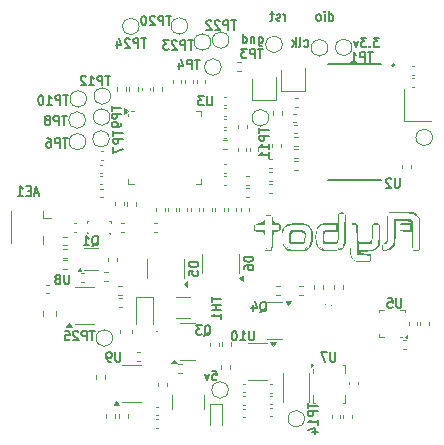
<source format=gbr>
%TF.GenerationSoftware,KiCad,Pcbnew,9.0.1*%
%TF.CreationDate,2026-02-05T11:07:33+03:00*%
%TF.ProjectId,Flybot_FC,466c7962-6f74-45f4-9643-2e6b69636164,rev?*%
%TF.SameCoordinates,Original*%
%TF.FileFunction,Legend,Bot*%
%TF.FilePolarity,Positive*%
%FSLAX46Y46*%
G04 Gerber Fmt 4.6, Leading zero omitted, Abs format (unit mm)*
G04 Created by KiCad (PCBNEW 9.0.1) date 2026-02-05 11:07:33*
%MOMM*%
%LPD*%
G01*
G04 APERTURE LIST*
%ADD10C,0.150000*%
%ADD11C,0.000000*%
%ADD12C,0.120000*%
%ADD13C,0.100000*%
%ADD14C,0.127000*%
%ADD15C,0.200000*%
G04 APERTURE END LIST*
D10*
X133625601Y-109804295D02*
X133982744Y-109804295D01*
X133982744Y-109804295D02*
X134018458Y-110185247D01*
X134018458Y-110185247D02*
X133982744Y-110147152D01*
X133982744Y-110147152D02*
X133911316Y-110109057D01*
X133911316Y-110109057D02*
X133732744Y-110109057D01*
X133732744Y-110109057D02*
X133661316Y-110147152D01*
X133661316Y-110147152D02*
X133625601Y-110185247D01*
X133625601Y-110185247D02*
X133589887Y-110261438D01*
X133589887Y-110261438D02*
X133589887Y-110451914D01*
X133589887Y-110451914D02*
X133625601Y-110528104D01*
X133625601Y-110528104D02*
X133661316Y-110566200D01*
X133661316Y-110566200D02*
X133732744Y-110604295D01*
X133732744Y-110604295D02*
X133911316Y-110604295D01*
X133911316Y-110604295D02*
X133982744Y-110566200D01*
X133982744Y-110566200D02*
X134018458Y-110528104D01*
X133339887Y-110070961D02*
X133161315Y-110604295D01*
X133161315Y-110604295D02*
X132982744Y-110070961D01*
X147754173Y-81624295D02*
X147289887Y-81624295D01*
X147289887Y-81624295D02*
X147539887Y-81929057D01*
X147539887Y-81929057D02*
X147432744Y-81929057D01*
X147432744Y-81929057D02*
X147361316Y-81967152D01*
X147361316Y-81967152D02*
X147325601Y-82005247D01*
X147325601Y-82005247D02*
X147289887Y-82081438D01*
X147289887Y-82081438D02*
X147289887Y-82271914D01*
X147289887Y-82271914D02*
X147325601Y-82348104D01*
X147325601Y-82348104D02*
X147361316Y-82386200D01*
X147361316Y-82386200D02*
X147432744Y-82424295D01*
X147432744Y-82424295D02*
X147647030Y-82424295D01*
X147647030Y-82424295D02*
X147718458Y-82386200D01*
X147718458Y-82386200D02*
X147754173Y-82348104D01*
X146968458Y-82348104D02*
X146932744Y-82386200D01*
X146932744Y-82386200D02*
X146968458Y-82424295D01*
X146968458Y-82424295D02*
X147004172Y-82386200D01*
X147004172Y-82386200D02*
X146968458Y-82348104D01*
X146968458Y-82348104D02*
X146968458Y-82424295D01*
X146682744Y-81624295D02*
X146218458Y-81624295D01*
X146218458Y-81624295D02*
X146468458Y-81929057D01*
X146468458Y-81929057D02*
X146361315Y-81929057D01*
X146361315Y-81929057D02*
X146289887Y-81967152D01*
X146289887Y-81967152D02*
X146254172Y-82005247D01*
X146254172Y-82005247D02*
X146218458Y-82081438D01*
X146218458Y-82081438D02*
X146218458Y-82271914D01*
X146218458Y-82271914D02*
X146254172Y-82348104D01*
X146254172Y-82348104D02*
X146289887Y-82386200D01*
X146289887Y-82386200D02*
X146361315Y-82424295D01*
X146361315Y-82424295D02*
X146575601Y-82424295D01*
X146575601Y-82424295D02*
X146647029Y-82386200D01*
X146647029Y-82386200D02*
X146682744Y-82348104D01*
X145968458Y-81890961D02*
X145789886Y-82424295D01*
X145789886Y-82424295D02*
X145611315Y-81890961D01*
X143521316Y-80184295D02*
X143521316Y-79384295D01*
X143521316Y-80146200D02*
X143592744Y-80184295D01*
X143592744Y-80184295D02*
X143735601Y-80184295D01*
X143735601Y-80184295D02*
X143807030Y-80146200D01*
X143807030Y-80146200D02*
X143842744Y-80108104D01*
X143842744Y-80108104D02*
X143878458Y-80031914D01*
X143878458Y-80031914D02*
X143878458Y-79803342D01*
X143878458Y-79803342D02*
X143842744Y-79727152D01*
X143842744Y-79727152D02*
X143807030Y-79689057D01*
X143807030Y-79689057D02*
X143735601Y-79650961D01*
X143735601Y-79650961D02*
X143592744Y-79650961D01*
X143592744Y-79650961D02*
X143521316Y-79689057D01*
X143164173Y-80184295D02*
X143164173Y-79650961D01*
X143164173Y-79384295D02*
X143199887Y-79422390D01*
X143199887Y-79422390D02*
X143164173Y-79460485D01*
X143164173Y-79460485D02*
X143128459Y-79422390D01*
X143128459Y-79422390D02*
X143164173Y-79384295D01*
X143164173Y-79384295D02*
X143164173Y-79460485D01*
X142699887Y-80184295D02*
X142771316Y-80146200D01*
X142771316Y-80146200D02*
X142807030Y-80108104D01*
X142807030Y-80108104D02*
X142842744Y-80031914D01*
X142842744Y-80031914D02*
X142842744Y-79803342D01*
X142842744Y-79803342D02*
X142807030Y-79727152D01*
X142807030Y-79727152D02*
X142771316Y-79689057D01*
X142771316Y-79689057D02*
X142699887Y-79650961D01*
X142699887Y-79650961D02*
X142592744Y-79650961D01*
X142592744Y-79650961D02*
X142521316Y-79689057D01*
X142521316Y-79689057D02*
X142485602Y-79727152D01*
X142485602Y-79727152D02*
X142449887Y-79803342D01*
X142449887Y-79803342D02*
X142449887Y-80031914D01*
X142449887Y-80031914D02*
X142485602Y-80108104D01*
X142485602Y-80108104D02*
X142521316Y-80146200D01*
X142521316Y-80146200D02*
X142592744Y-80184295D01*
X142592744Y-80184295D02*
X142699887Y-80184295D01*
X137561316Y-81540961D02*
X137561316Y-82188580D01*
X137561316Y-82188580D02*
X137597030Y-82264771D01*
X137597030Y-82264771D02*
X137632744Y-82302866D01*
X137632744Y-82302866D02*
X137704173Y-82340961D01*
X137704173Y-82340961D02*
X137811316Y-82340961D01*
X137811316Y-82340961D02*
X137882744Y-82302866D01*
X137561316Y-82036200D02*
X137632744Y-82074295D01*
X137632744Y-82074295D02*
X137775601Y-82074295D01*
X137775601Y-82074295D02*
X137847030Y-82036200D01*
X137847030Y-82036200D02*
X137882744Y-81998104D01*
X137882744Y-81998104D02*
X137918458Y-81921914D01*
X137918458Y-81921914D02*
X137918458Y-81693342D01*
X137918458Y-81693342D02*
X137882744Y-81617152D01*
X137882744Y-81617152D02*
X137847030Y-81579057D01*
X137847030Y-81579057D02*
X137775601Y-81540961D01*
X137775601Y-81540961D02*
X137632744Y-81540961D01*
X137632744Y-81540961D02*
X137561316Y-81579057D01*
X137204173Y-81540961D02*
X137204173Y-82074295D01*
X137204173Y-81617152D02*
X137168459Y-81579057D01*
X137168459Y-81579057D02*
X137097030Y-81540961D01*
X137097030Y-81540961D02*
X136989887Y-81540961D01*
X136989887Y-81540961D02*
X136918459Y-81579057D01*
X136918459Y-81579057D02*
X136882745Y-81655247D01*
X136882745Y-81655247D02*
X136882745Y-82074295D01*
X136204174Y-82074295D02*
X136204174Y-81274295D01*
X136204174Y-82036200D02*
X136275602Y-82074295D01*
X136275602Y-82074295D02*
X136418459Y-82074295D01*
X136418459Y-82074295D02*
X136489888Y-82036200D01*
X136489888Y-82036200D02*
X136525602Y-81998104D01*
X136525602Y-81998104D02*
X136561316Y-81921914D01*
X136561316Y-81921914D02*
X136561316Y-81693342D01*
X136561316Y-81693342D02*
X136525602Y-81617152D01*
X136525602Y-81617152D02*
X136489888Y-81579057D01*
X136489888Y-81579057D02*
X136418459Y-81540961D01*
X136418459Y-81540961D02*
X136275602Y-81540961D01*
X136275602Y-81540961D02*
X136204174Y-81579057D01*
X139802744Y-80174295D02*
X139802744Y-79640961D01*
X139802744Y-79793342D02*
X139767030Y-79717152D01*
X139767030Y-79717152D02*
X139731316Y-79679057D01*
X139731316Y-79679057D02*
X139659887Y-79640961D01*
X139659887Y-79640961D02*
X139588458Y-79640961D01*
X139374172Y-80136200D02*
X139302744Y-80174295D01*
X139302744Y-80174295D02*
X139159887Y-80174295D01*
X139159887Y-80174295D02*
X139088458Y-80136200D01*
X139088458Y-80136200D02*
X139052744Y-80060009D01*
X139052744Y-80060009D02*
X139052744Y-80021914D01*
X139052744Y-80021914D02*
X139088458Y-79945723D01*
X139088458Y-79945723D02*
X139159887Y-79907628D01*
X139159887Y-79907628D02*
X139267030Y-79907628D01*
X139267030Y-79907628D02*
X139338458Y-79869533D01*
X139338458Y-79869533D02*
X139374172Y-79793342D01*
X139374172Y-79793342D02*
X139374172Y-79755247D01*
X139374172Y-79755247D02*
X139338458Y-79679057D01*
X139338458Y-79679057D02*
X139267030Y-79640961D01*
X139267030Y-79640961D02*
X139159887Y-79640961D01*
X139159887Y-79640961D02*
X139088458Y-79679057D01*
X138838458Y-79640961D02*
X138552744Y-79640961D01*
X138731315Y-79374295D02*
X138731315Y-80060009D01*
X138731315Y-80060009D02*
X138695601Y-80136200D01*
X138695601Y-80136200D02*
X138624172Y-80174295D01*
X138624172Y-80174295D02*
X138552744Y-80174295D01*
X141411316Y-82326200D02*
X141482744Y-82364295D01*
X141482744Y-82364295D02*
X141625601Y-82364295D01*
X141625601Y-82364295D02*
X141697030Y-82326200D01*
X141697030Y-82326200D02*
X141732744Y-82288104D01*
X141732744Y-82288104D02*
X141768458Y-82211914D01*
X141768458Y-82211914D02*
X141768458Y-81983342D01*
X141768458Y-81983342D02*
X141732744Y-81907152D01*
X141732744Y-81907152D02*
X141697030Y-81869057D01*
X141697030Y-81869057D02*
X141625601Y-81830961D01*
X141625601Y-81830961D02*
X141482744Y-81830961D01*
X141482744Y-81830961D02*
X141411316Y-81869057D01*
X140982744Y-82364295D02*
X141054173Y-82326200D01*
X141054173Y-82326200D02*
X141089887Y-82250009D01*
X141089887Y-82250009D02*
X141089887Y-81564295D01*
X140697030Y-82364295D02*
X140697030Y-81564295D01*
X140625602Y-82059533D02*
X140411316Y-82364295D01*
X140411316Y-81830961D02*
X140697030Y-82135723D01*
X132586428Y-83462295D02*
X132157857Y-83462295D01*
X132372142Y-84262295D02*
X132372142Y-83462295D01*
X131907856Y-84262295D02*
X131907856Y-83462295D01*
X131907856Y-83462295D02*
X131622142Y-83462295D01*
X131622142Y-83462295D02*
X131550713Y-83500390D01*
X131550713Y-83500390D02*
X131514999Y-83538485D01*
X131514999Y-83538485D02*
X131479285Y-83614676D01*
X131479285Y-83614676D02*
X131479285Y-83728961D01*
X131479285Y-83728961D02*
X131514999Y-83805152D01*
X131514999Y-83805152D02*
X131550713Y-83843247D01*
X131550713Y-83843247D02*
X131622142Y-83881342D01*
X131622142Y-83881342D02*
X131907856Y-83881342D01*
X130836428Y-83728961D02*
X130836428Y-84262295D01*
X131014999Y-83424200D02*
X131193570Y-83995628D01*
X131193570Y-83995628D02*
X130729285Y-83995628D01*
X133611428Y-86552295D02*
X133611428Y-87199914D01*
X133611428Y-87199914D02*
X133575714Y-87276104D01*
X133575714Y-87276104D02*
X133540000Y-87314200D01*
X133540000Y-87314200D02*
X133468571Y-87352295D01*
X133468571Y-87352295D02*
X133325714Y-87352295D01*
X133325714Y-87352295D02*
X133254285Y-87314200D01*
X133254285Y-87314200D02*
X133218571Y-87276104D01*
X133218571Y-87276104D02*
X133182857Y-87199914D01*
X133182857Y-87199914D02*
X133182857Y-86552295D01*
X132897143Y-86552295D02*
X132432857Y-86552295D01*
X132432857Y-86552295D02*
X132682857Y-86857057D01*
X132682857Y-86857057D02*
X132575714Y-86857057D01*
X132575714Y-86857057D02*
X132504286Y-86895152D01*
X132504286Y-86895152D02*
X132468571Y-86933247D01*
X132468571Y-86933247D02*
X132432857Y-87009438D01*
X132432857Y-87009438D02*
X132432857Y-87199914D01*
X132432857Y-87199914D02*
X132468571Y-87276104D01*
X132468571Y-87276104D02*
X132504286Y-87314200D01*
X132504286Y-87314200D02*
X132575714Y-87352295D01*
X132575714Y-87352295D02*
X132790000Y-87352295D01*
X132790000Y-87352295D02*
X132861428Y-87314200D01*
X132861428Y-87314200D02*
X132897143Y-87276104D01*
X137661428Y-104858485D02*
X137732857Y-104820390D01*
X137732857Y-104820390D02*
X137804285Y-104744200D01*
X137804285Y-104744200D02*
X137911428Y-104629914D01*
X137911428Y-104629914D02*
X137982857Y-104591819D01*
X137982857Y-104591819D02*
X138054285Y-104591819D01*
X138018571Y-104782295D02*
X138090000Y-104744200D01*
X138090000Y-104744200D02*
X138161428Y-104668009D01*
X138161428Y-104668009D02*
X138197142Y-104515628D01*
X138197142Y-104515628D02*
X138197142Y-104248961D01*
X138197142Y-104248961D02*
X138161428Y-104096580D01*
X138161428Y-104096580D02*
X138090000Y-104020390D01*
X138090000Y-104020390D02*
X138018571Y-103982295D01*
X138018571Y-103982295D02*
X137875714Y-103982295D01*
X137875714Y-103982295D02*
X137804285Y-104020390D01*
X137804285Y-104020390D02*
X137732857Y-104096580D01*
X137732857Y-104096580D02*
X137697142Y-104248961D01*
X137697142Y-104248961D02*
X137697142Y-104515628D01*
X137697142Y-104515628D02*
X137732857Y-104668009D01*
X137732857Y-104668009D02*
X137804285Y-104744200D01*
X137804285Y-104744200D02*
X137875714Y-104782295D01*
X137875714Y-104782295D02*
X138018571Y-104782295D01*
X137054286Y-104248961D02*
X137054286Y-104782295D01*
X137232857Y-103944200D02*
X137411428Y-104515628D01*
X137411428Y-104515628D02*
X136947143Y-104515628D01*
X137178571Y-106442295D02*
X137178571Y-107089914D01*
X137178571Y-107089914D02*
X137142857Y-107166104D01*
X137142857Y-107166104D02*
X137107143Y-107204200D01*
X137107143Y-107204200D02*
X137035714Y-107242295D01*
X137035714Y-107242295D02*
X136892857Y-107242295D01*
X136892857Y-107242295D02*
X136821428Y-107204200D01*
X136821428Y-107204200D02*
X136785714Y-107166104D01*
X136785714Y-107166104D02*
X136750000Y-107089914D01*
X136750000Y-107089914D02*
X136750000Y-106442295D01*
X136000000Y-107242295D02*
X136428571Y-107242295D01*
X136214286Y-107242295D02*
X136214286Y-106442295D01*
X136214286Y-106442295D02*
X136285714Y-106556580D01*
X136285714Y-106556580D02*
X136357143Y-106632771D01*
X136357143Y-106632771D02*
X136428571Y-106670866D01*
X135535714Y-106442295D02*
X135464285Y-106442295D01*
X135464285Y-106442295D02*
X135392857Y-106480390D01*
X135392857Y-106480390D02*
X135357143Y-106518485D01*
X135357143Y-106518485D02*
X135321428Y-106594676D01*
X135321428Y-106594676D02*
X135285714Y-106747057D01*
X135285714Y-106747057D02*
X135285714Y-106937533D01*
X135285714Y-106937533D02*
X135321428Y-107089914D01*
X135321428Y-107089914D02*
X135357143Y-107166104D01*
X135357143Y-107166104D02*
X135392857Y-107204200D01*
X135392857Y-107204200D02*
X135464285Y-107242295D01*
X135464285Y-107242295D02*
X135535714Y-107242295D01*
X135535714Y-107242295D02*
X135607143Y-107204200D01*
X135607143Y-107204200D02*
X135642857Y-107166104D01*
X135642857Y-107166104D02*
X135678571Y-107089914D01*
X135678571Y-107089914D02*
X135714285Y-106937533D01*
X135714285Y-106937533D02*
X135714285Y-106747057D01*
X135714285Y-106747057D02*
X135678571Y-106594676D01*
X135678571Y-106594676D02*
X135642857Y-106518485D01*
X135642857Y-106518485D02*
X135607143Y-106480390D01*
X135607143Y-106480390D02*
X135535714Y-106442295D01*
X144051428Y-108252295D02*
X144051428Y-108899914D01*
X144051428Y-108899914D02*
X144015714Y-108976104D01*
X144015714Y-108976104D02*
X143980000Y-109014200D01*
X143980000Y-109014200D02*
X143908571Y-109052295D01*
X143908571Y-109052295D02*
X143765714Y-109052295D01*
X143765714Y-109052295D02*
X143694285Y-109014200D01*
X143694285Y-109014200D02*
X143658571Y-108976104D01*
X143658571Y-108976104D02*
X143622857Y-108899914D01*
X143622857Y-108899914D02*
X143622857Y-108252295D01*
X143337143Y-108252295D02*
X142837143Y-108252295D01*
X142837143Y-108252295D02*
X143158571Y-109052295D01*
X125242295Y-89483571D02*
X125242295Y-89912143D01*
X126042295Y-89697857D02*
X125242295Y-89697857D01*
X126042295Y-90162143D02*
X125242295Y-90162143D01*
X125242295Y-90162143D02*
X125242295Y-90447857D01*
X125242295Y-90447857D02*
X125280390Y-90519286D01*
X125280390Y-90519286D02*
X125318485Y-90555000D01*
X125318485Y-90555000D02*
X125394676Y-90590714D01*
X125394676Y-90590714D02*
X125508961Y-90590714D01*
X125508961Y-90590714D02*
X125585152Y-90555000D01*
X125585152Y-90555000D02*
X125623247Y-90519286D01*
X125623247Y-90519286D02*
X125661342Y-90447857D01*
X125661342Y-90447857D02*
X125661342Y-90162143D01*
X125242295Y-90840714D02*
X125242295Y-91340714D01*
X125242295Y-91340714D02*
X126042295Y-91019286D01*
X133602295Y-103555714D02*
X133602295Y-103984286D01*
X134402295Y-103770000D02*
X133602295Y-103770000D01*
X134402295Y-104234286D02*
X133602295Y-104234286D01*
X133983247Y-104234286D02*
X133983247Y-104662857D01*
X134402295Y-104662857D02*
X133602295Y-104662857D01*
X134402295Y-105412857D02*
X134402295Y-104984286D01*
X134402295Y-105198571D02*
X133602295Y-105198571D01*
X133602295Y-105198571D02*
X133716580Y-105127143D01*
X133716580Y-105127143D02*
X133792771Y-105055714D01*
X133792771Y-105055714D02*
X133830866Y-104984286D01*
X121386428Y-90122295D02*
X120957857Y-90122295D01*
X121172142Y-90922295D02*
X121172142Y-90122295D01*
X120707856Y-90922295D02*
X120707856Y-90122295D01*
X120707856Y-90122295D02*
X120422142Y-90122295D01*
X120422142Y-90122295D02*
X120350713Y-90160390D01*
X120350713Y-90160390D02*
X120314999Y-90198485D01*
X120314999Y-90198485D02*
X120279285Y-90274676D01*
X120279285Y-90274676D02*
X120279285Y-90388961D01*
X120279285Y-90388961D02*
X120314999Y-90465152D01*
X120314999Y-90465152D02*
X120350713Y-90503247D01*
X120350713Y-90503247D02*
X120422142Y-90541342D01*
X120422142Y-90541342D02*
X120707856Y-90541342D01*
X119636428Y-90122295D02*
X119779285Y-90122295D01*
X119779285Y-90122295D02*
X119850713Y-90160390D01*
X119850713Y-90160390D02*
X119886428Y-90198485D01*
X119886428Y-90198485D02*
X119957856Y-90312771D01*
X119957856Y-90312771D02*
X119993570Y-90465152D01*
X119993570Y-90465152D02*
X119993570Y-90769914D01*
X119993570Y-90769914D02*
X119957856Y-90846104D01*
X119957856Y-90846104D02*
X119922142Y-90884200D01*
X119922142Y-90884200D02*
X119850713Y-90922295D01*
X119850713Y-90922295D02*
X119707856Y-90922295D01*
X119707856Y-90922295D02*
X119636428Y-90884200D01*
X119636428Y-90884200D02*
X119600713Y-90846104D01*
X119600713Y-90846104D02*
X119564999Y-90769914D01*
X119564999Y-90769914D02*
X119564999Y-90579438D01*
X119564999Y-90579438D02*
X119600713Y-90503247D01*
X119600713Y-90503247D02*
X119636428Y-90465152D01*
X119636428Y-90465152D02*
X119707856Y-90427057D01*
X119707856Y-90427057D02*
X119850713Y-90427057D01*
X119850713Y-90427057D02*
X119922142Y-90465152D01*
X119922142Y-90465152D02*
X119957856Y-90503247D01*
X119957856Y-90503247D02*
X119993570Y-90579438D01*
X118924999Y-94753723D02*
X118567857Y-94753723D01*
X118996428Y-94982295D02*
X118746428Y-94182295D01*
X118746428Y-94182295D02*
X118496428Y-94982295D01*
X118246428Y-94563247D02*
X117996428Y-94563247D01*
X117889285Y-94982295D02*
X118246428Y-94982295D01*
X118246428Y-94982295D02*
X118246428Y-94182295D01*
X118246428Y-94182295D02*
X117889285Y-94182295D01*
X117175000Y-94982295D02*
X117603571Y-94982295D01*
X117389286Y-94982295D02*
X117389286Y-94182295D01*
X117389286Y-94182295D02*
X117460714Y-94296580D01*
X117460714Y-94296580D02*
X117532143Y-94372771D01*
X117532143Y-94372771D02*
X117603571Y-94410866D01*
X137622295Y-89226428D02*
X137622295Y-89655000D01*
X138422295Y-89440714D02*
X137622295Y-89440714D01*
X138422295Y-89905000D02*
X137622295Y-89905000D01*
X137622295Y-89905000D02*
X137622295Y-90190714D01*
X137622295Y-90190714D02*
X137660390Y-90262143D01*
X137660390Y-90262143D02*
X137698485Y-90297857D01*
X137698485Y-90297857D02*
X137774676Y-90333571D01*
X137774676Y-90333571D02*
X137888961Y-90333571D01*
X137888961Y-90333571D02*
X137965152Y-90297857D01*
X137965152Y-90297857D02*
X138003247Y-90262143D01*
X138003247Y-90262143D02*
X138041342Y-90190714D01*
X138041342Y-90190714D02*
X138041342Y-89905000D01*
X138422295Y-91047857D02*
X138422295Y-90619286D01*
X138422295Y-90833571D02*
X137622295Y-90833571D01*
X137622295Y-90833571D02*
X137736580Y-90762143D01*
X137736580Y-90762143D02*
X137812771Y-90690714D01*
X137812771Y-90690714D02*
X137850866Y-90619286D01*
X138422295Y-91762143D02*
X138422295Y-91333572D01*
X138422295Y-91547857D02*
X137622295Y-91547857D01*
X137622295Y-91547857D02*
X137736580Y-91476429D01*
X137736580Y-91476429D02*
X137812771Y-91405000D01*
X137812771Y-91405000D02*
X137850866Y-91333572D01*
X147216428Y-82862295D02*
X146787857Y-82862295D01*
X147002142Y-83662295D02*
X147002142Y-82862295D01*
X146537856Y-83662295D02*
X146537856Y-82862295D01*
X146537856Y-82862295D02*
X146252142Y-82862295D01*
X146252142Y-82862295D02*
X146180713Y-82900390D01*
X146180713Y-82900390D02*
X146144999Y-82938485D01*
X146144999Y-82938485D02*
X146109285Y-83014676D01*
X146109285Y-83014676D02*
X146109285Y-83128961D01*
X146109285Y-83128961D02*
X146144999Y-83205152D01*
X146144999Y-83205152D02*
X146180713Y-83243247D01*
X146180713Y-83243247D02*
X146252142Y-83281342D01*
X146252142Y-83281342D02*
X146537856Y-83281342D01*
X145394999Y-83662295D02*
X145823570Y-83662295D01*
X145609285Y-83662295D02*
X145609285Y-82862295D01*
X145609285Y-82862295D02*
X145680713Y-82976580D01*
X145680713Y-82976580D02*
X145752142Y-83052771D01*
X145752142Y-83052771D02*
X145823570Y-83090866D01*
X132452295Y-100623928D02*
X131652295Y-100623928D01*
X131652295Y-100623928D02*
X131652295Y-100802499D01*
X131652295Y-100802499D02*
X131690390Y-100909642D01*
X131690390Y-100909642D02*
X131766580Y-100981071D01*
X131766580Y-100981071D02*
X131842771Y-101016785D01*
X131842771Y-101016785D02*
X131995152Y-101052499D01*
X131995152Y-101052499D02*
X132109438Y-101052499D01*
X132109438Y-101052499D02*
X132261819Y-101016785D01*
X132261819Y-101016785D02*
X132338009Y-100981071D01*
X132338009Y-100981071D02*
X132414200Y-100909642D01*
X132414200Y-100909642D02*
X132452295Y-100802499D01*
X132452295Y-100802499D02*
X132452295Y-100623928D01*
X131652295Y-101731071D02*
X131652295Y-101373928D01*
X131652295Y-101373928D02*
X132033247Y-101338214D01*
X132033247Y-101338214D02*
X131995152Y-101373928D01*
X131995152Y-101373928D02*
X131957057Y-101445357D01*
X131957057Y-101445357D02*
X131957057Y-101623928D01*
X131957057Y-101623928D02*
X131995152Y-101695357D01*
X131995152Y-101695357D02*
X132033247Y-101731071D01*
X132033247Y-101731071D02*
X132109438Y-101766785D01*
X132109438Y-101766785D02*
X132299914Y-101766785D01*
X132299914Y-101766785D02*
X132376104Y-101731071D01*
X132376104Y-101731071D02*
X132414200Y-101695357D01*
X132414200Y-101695357D02*
X132452295Y-101623928D01*
X132452295Y-101623928D02*
X132452295Y-101445357D01*
X132452295Y-101445357D02*
X132414200Y-101373928D01*
X132414200Y-101373928D02*
X132376104Y-101338214D01*
X125142295Y-87363571D02*
X125142295Y-87792143D01*
X125942295Y-87577857D02*
X125142295Y-87577857D01*
X125942295Y-88042143D02*
X125142295Y-88042143D01*
X125142295Y-88042143D02*
X125142295Y-88327857D01*
X125142295Y-88327857D02*
X125180390Y-88399286D01*
X125180390Y-88399286D02*
X125218485Y-88435000D01*
X125218485Y-88435000D02*
X125294676Y-88470714D01*
X125294676Y-88470714D02*
X125408961Y-88470714D01*
X125408961Y-88470714D02*
X125485152Y-88435000D01*
X125485152Y-88435000D02*
X125523247Y-88399286D01*
X125523247Y-88399286D02*
X125561342Y-88327857D01*
X125561342Y-88327857D02*
X125561342Y-88042143D01*
X125942295Y-88827857D02*
X125942295Y-88970714D01*
X125942295Y-88970714D02*
X125904200Y-89042143D01*
X125904200Y-89042143D02*
X125866104Y-89077857D01*
X125866104Y-89077857D02*
X125751819Y-89149286D01*
X125751819Y-89149286D02*
X125599438Y-89185000D01*
X125599438Y-89185000D02*
X125294676Y-89185000D01*
X125294676Y-89185000D02*
X125218485Y-89149286D01*
X125218485Y-89149286D02*
X125180390Y-89113572D01*
X125180390Y-89113572D02*
X125142295Y-89042143D01*
X125142295Y-89042143D02*
X125142295Y-88899286D01*
X125142295Y-88899286D02*
X125180390Y-88827857D01*
X125180390Y-88827857D02*
X125218485Y-88792143D01*
X125218485Y-88792143D02*
X125294676Y-88756429D01*
X125294676Y-88756429D02*
X125485152Y-88756429D01*
X125485152Y-88756429D02*
X125561342Y-88792143D01*
X125561342Y-88792143D02*
X125599438Y-88827857D01*
X125599438Y-88827857D02*
X125637533Y-88899286D01*
X125637533Y-88899286D02*
X125637533Y-89042143D01*
X125637533Y-89042143D02*
X125599438Y-89113572D01*
X125599438Y-89113572D02*
X125561342Y-89149286D01*
X125561342Y-89149286D02*
X125485152Y-89185000D01*
X121443571Y-86492295D02*
X121015000Y-86492295D01*
X121229285Y-87292295D02*
X121229285Y-86492295D01*
X120764999Y-87292295D02*
X120764999Y-86492295D01*
X120764999Y-86492295D02*
X120479285Y-86492295D01*
X120479285Y-86492295D02*
X120407856Y-86530390D01*
X120407856Y-86530390D02*
X120372142Y-86568485D01*
X120372142Y-86568485D02*
X120336428Y-86644676D01*
X120336428Y-86644676D02*
X120336428Y-86758961D01*
X120336428Y-86758961D02*
X120372142Y-86835152D01*
X120372142Y-86835152D02*
X120407856Y-86873247D01*
X120407856Y-86873247D02*
X120479285Y-86911342D01*
X120479285Y-86911342D02*
X120764999Y-86911342D01*
X119622142Y-87292295D02*
X120050713Y-87292295D01*
X119836428Y-87292295D02*
X119836428Y-86492295D01*
X119836428Y-86492295D02*
X119907856Y-86606580D01*
X119907856Y-86606580D02*
X119979285Y-86682771D01*
X119979285Y-86682771D02*
X120050713Y-86720866D01*
X119157856Y-86492295D02*
X119086427Y-86492295D01*
X119086427Y-86492295D02*
X119014999Y-86530390D01*
X119014999Y-86530390D02*
X118979285Y-86568485D01*
X118979285Y-86568485D02*
X118943570Y-86644676D01*
X118943570Y-86644676D02*
X118907856Y-86797057D01*
X118907856Y-86797057D02*
X118907856Y-86987533D01*
X118907856Y-86987533D02*
X118943570Y-87139914D01*
X118943570Y-87139914D02*
X118979285Y-87216104D01*
X118979285Y-87216104D02*
X119014999Y-87254200D01*
X119014999Y-87254200D02*
X119086427Y-87292295D01*
X119086427Y-87292295D02*
X119157856Y-87292295D01*
X119157856Y-87292295D02*
X119229285Y-87254200D01*
X119229285Y-87254200D02*
X119264999Y-87216104D01*
X119264999Y-87216104D02*
X119300713Y-87139914D01*
X119300713Y-87139914D02*
X119336427Y-86987533D01*
X119336427Y-86987533D02*
X119336427Y-86797057D01*
X119336427Y-86797057D02*
X119300713Y-86644676D01*
X119300713Y-86644676D02*
X119264999Y-86568485D01*
X119264999Y-86568485D02*
X119229285Y-86530390D01*
X119229285Y-86530390D02*
X119157856Y-86492295D01*
X149511428Y-93502295D02*
X149511428Y-94149914D01*
X149511428Y-94149914D02*
X149475714Y-94226104D01*
X149475714Y-94226104D02*
X149440000Y-94264200D01*
X149440000Y-94264200D02*
X149368571Y-94302295D01*
X149368571Y-94302295D02*
X149225714Y-94302295D01*
X149225714Y-94302295D02*
X149154285Y-94264200D01*
X149154285Y-94264200D02*
X149118571Y-94226104D01*
X149118571Y-94226104D02*
X149082857Y-94149914D01*
X149082857Y-94149914D02*
X149082857Y-93502295D01*
X148761428Y-93578485D02*
X148725714Y-93540390D01*
X148725714Y-93540390D02*
X148654286Y-93502295D01*
X148654286Y-93502295D02*
X148475714Y-93502295D01*
X148475714Y-93502295D02*
X148404286Y-93540390D01*
X148404286Y-93540390D02*
X148368571Y-93578485D01*
X148368571Y-93578485D02*
X148332857Y-93654676D01*
X148332857Y-93654676D02*
X148332857Y-93730866D01*
X148332857Y-93730866D02*
X148368571Y-93845152D01*
X148368571Y-93845152D02*
X148797143Y-94302295D01*
X148797143Y-94302295D02*
X148332857Y-94302295D01*
X135653571Y-80142295D02*
X135225000Y-80142295D01*
X135439285Y-80942295D02*
X135439285Y-80142295D01*
X134974999Y-80942295D02*
X134974999Y-80142295D01*
X134974999Y-80142295D02*
X134689285Y-80142295D01*
X134689285Y-80142295D02*
X134617856Y-80180390D01*
X134617856Y-80180390D02*
X134582142Y-80218485D01*
X134582142Y-80218485D02*
X134546428Y-80294676D01*
X134546428Y-80294676D02*
X134546428Y-80408961D01*
X134546428Y-80408961D02*
X134582142Y-80485152D01*
X134582142Y-80485152D02*
X134617856Y-80523247D01*
X134617856Y-80523247D02*
X134689285Y-80561342D01*
X134689285Y-80561342D02*
X134974999Y-80561342D01*
X134260713Y-80218485D02*
X134224999Y-80180390D01*
X134224999Y-80180390D02*
X134153571Y-80142295D01*
X134153571Y-80142295D02*
X133974999Y-80142295D01*
X133974999Y-80142295D02*
X133903571Y-80180390D01*
X133903571Y-80180390D02*
X133867856Y-80218485D01*
X133867856Y-80218485D02*
X133832142Y-80294676D01*
X133832142Y-80294676D02*
X133832142Y-80370866D01*
X133832142Y-80370866D02*
X133867856Y-80485152D01*
X133867856Y-80485152D02*
X134296428Y-80942295D01*
X134296428Y-80942295D02*
X133832142Y-80942295D01*
X133546427Y-80218485D02*
X133510713Y-80180390D01*
X133510713Y-80180390D02*
X133439285Y-80142295D01*
X133439285Y-80142295D02*
X133260713Y-80142295D01*
X133260713Y-80142295D02*
X133189285Y-80180390D01*
X133189285Y-80180390D02*
X133153570Y-80218485D01*
X133153570Y-80218485D02*
X133117856Y-80294676D01*
X133117856Y-80294676D02*
X133117856Y-80370866D01*
X133117856Y-80370866D02*
X133153570Y-80485152D01*
X133153570Y-80485152D02*
X133582142Y-80942295D01*
X133582142Y-80942295D02*
X133117856Y-80942295D01*
X121296428Y-88212295D02*
X120867857Y-88212295D01*
X121082142Y-89012295D02*
X121082142Y-88212295D01*
X120617856Y-89012295D02*
X120617856Y-88212295D01*
X120617856Y-88212295D02*
X120332142Y-88212295D01*
X120332142Y-88212295D02*
X120260713Y-88250390D01*
X120260713Y-88250390D02*
X120224999Y-88288485D01*
X120224999Y-88288485D02*
X120189285Y-88364676D01*
X120189285Y-88364676D02*
X120189285Y-88478961D01*
X120189285Y-88478961D02*
X120224999Y-88555152D01*
X120224999Y-88555152D02*
X120260713Y-88593247D01*
X120260713Y-88593247D02*
X120332142Y-88631342D01*
X120332142Y-88631342D02*
X120617856Y-88631342D01*
X119760713Y-88555152D02*
X119832142Y-88517057D01*
X119832142Y-88517057D02*
X119867856Y-88478961D01*
X119867856Y-88478961D02*
X119903570Y-88402771D01*
X119903570Y-88402771D02*
X119903570Y-88364676D01*
X119903570Y-88364676D02*
X119867856Y-88288485D01*
X119867856Y-88288485D02*
X119832142Y-88250390D01*
X119832142Y-88250390D02*
X119760713Y-88212295D01*
X119760713Y-88212295D02*
X119617856Y-88212295D01*
X119617856Y-88212295D02*
X119546428Y-88250390D01*
X119546428Y-88250390D02*
X119510713Y-88288485D01*
X119510713Y-88288485D02*
X119474999Y-88364676D01*
X119474999Y-88364676D02*
X119474999Y-88402771D01*
X119474999Y-88402771D02*
X119510713Y-88478961D01*
X119510713Y-88478961D02*
X119546428Y-88517057D01*
X119546428Y-88517057D02*
X119617856Y-88555152D01*
X119617856Y-88555152D02*
X119760713Y-88555152D01*
X119760713Y-88555152D02*
X119832142Y-88593247D01*
X119832142Y-88593247D02*
X119867856Y-88631342D01*
X119867856Y-88631342D02*
X119903570Y-88707533D01*
X119903570Y-88707533D02*
X119903570Y-88859914D01*
X119903570Y-88859914D02*
X119867856Y-88936104D01*
X119867856Y-88936104D02*
X119832142Y-88974200D01*
X119832142Y-88974200D02*
X119760713Y-89012295D01*
X119760713Y-89012295D02*
X119617856Y-89012295D01*
X119617856Y-89012295D02*
X119546428Y-88974200D01*
X119546428Y-88974200D02*
X119510713Y-88936104D01*
X119510713Y-88936104D02*
X119474999Y-88859914D01*
X119474999Y-88859914D02*
X119474999Y-88707533D01*
X119474999Y-88707533D02*
X119510713Y-88631342D01*
X119510713Y-88631342D02*
X119546428Y-88593247D01*
X119546428Y-88593247D02*
X119617856Y-88555152D01*
X132941428Y-106848485D02*
X133012857Y-106810390D01*
X133012857Y-106810390D02*
X133084285Y-106734200D01*
X133084285Y-106734200D02*
X133191428Y-106619914D01*
X133191428Y-106619914D02*
X133262857Y-106581819D01*
X133262857Y-106581819D02*
X133334285Y-106581819D01*
X133298571Y-106772295D02*
X133370000Y-106734200D01*
X133370000Y-106734200D02*
X133441428Y-106658009D01*
X133441428Y-106658009D02*
X133477142Y-106505628D01*
X133477142Y-106505628D02*
X133477142Y-106238961D01*
X133477142Y-106238961D02*
X133441428Y-106086580D01*
X133441428Y-106086580D02*
X133370000Y-106010390D01*
X133370000Y-106010390D02*
X133298571Y-105972295D01*
X133298571Y-105972295D02*
X133155714Y-105972295D01*
X133155714Y-105972295D02*
X133084285Y-106010390D01*
X133084285Y-106010390D02*
X133012857Y-106086580D01*
X133012857Y-106086580D02*
X132977142Y-106238961D01*
X132977142Y-106238961D02*
X132977142Y-106505628D01*
X132977142Y-106505628D02*
X133012857Y-106658009D01*
X133012857Y-106658009D02*
X133084285Y-106734200D01*
X133084285Y-106734200D02*
X133155714Y-106772295D01*
X133155714Y-106772295D02*
X133298571Y-106772295D01*
X132727143Y-105972295D02*
X132262857Y-105972295D01*
X132262857Y-105972295D02*
X132512857Y-106277057D01*
X132512857Y-106277057D02*
X132405714Y-106277057D01*
X132405714Y-106277057D02*
X132334286Y-106315152D01*
X132334286Y-106315152D02*
X132298571Y-106353247D01*
X132298571Y-106353247D02*
X132262857Y-106429438D01*
X132262857Y-106429438D02*
X132262857Y-106619914D01*
X132262857Y-106619914D02*
X132298571Y-106696104D01*
X132298571Y-106696104D02*
X132334286Y-106734200D01*
X132334286Y-106734200D02*
X132405714Y-106772295D01*
X132405714Y-106772295D02*
X132620000Y-106772295D01*
X132620000Y-106772295D02*
X132691428Y-106734200D01*
X132691428Y-106734200D02*
X132727143Y-106696104D01*
X125013571Y-84852295D02*
X124585000Y-84852295D01*
X124799285Y-85652295D02*
X124799285Y-84852295D01*
X124334999Y-85652295D02*
X124334999Y-84852295D01*
X124334999Y-84852295D02*
X124049285Y-84852295D01*
X124049285Y-84852295D02*
X123977856Y-84890390D01*
X123977856Y-84890390D02*
X123942142Y-84928485D01*
X123942142Y-84928485D02*
X123906428Y-85004676D01*
X123906428Y-85004676D02*
X123906428Y-85118961D01*
X123906428Y-85118961D02*
X123942142Y-85195152D01*
X123942142Y-85195152D02*
X123977856Y-85233247D01*
X123977856Y-85233247D02*
X124049285Y-85271342D01*
X124049285Y-85271342D02*
X124334999Y-85271342D01*
X123192142Y-85652295D02*
X123620713Y-85652295D01*
X123406428Y-85652295D02*
X123406428Y-84852295D01*
X123406428Y-84852295D02*
X123477856Y-84966580D01*
X123477856Y-84966580D02*
X123549285Y-85042771D01*
X123549285Y-85042771D02*
X123620713Y-85080866D01*
X122906427Y-84928485D02*
X122870713Y-84890390D01*
X122870713Y-84890390D02*
X122799285Y-84852295D01*
X122799285Y-84852295D02*
X122620713Y-84852295D01*
X122620713Y-84852295D02*
X122549285Y-84890390D01*
X122549285Y-84890390D02*
X122513570Y-84928485D01*
X122513570Y-84928485D02*
X122477856Y-85004676D01*
X122477856Y-85004676D02*
X122477856Y-85080866D01*
X122477856Y-85080866D02*
X122513570Y-85195152D01*
X122513570Y-85195152D02*
X122942142Y-85652295D01*
X122942142Y-85652295D02*
X122477856Y-85652295D01*
X130153571Y-79752295D02*
X129725000Y-79752295D01*
X129939285Y-80552295D02*
X129939285Y-79752295D01*
X129474999Y-80552295D02*
X129474999Y-79752295D01*
X129474999Y-79752295D02*
X129189285Y-79752295D01*
X129189285Y-79752295D02*
X129117856Y-79790390D01*
X129117856Y-79790390D02*
X129082142Y-79828485D01*
X129082142Y-79828485D02*
X129046428Y-79904676D01*
X129046428Y-79904676D02*
X129046428Y-80018961D01*
X129046428Y-80018961D02*
X129082142Y-80095152D01*
X129082142Y-80095152D02*
X129117856Y-80133247D01*
X129117856Y-80133247D02*
X129189285Y-80171342D01*
X129189285Y-80171342D02*
X129474999Y-80171342D01*
X128760713Y-79828485D02*
X128724999Y-79790390D01*
X128724999Y-79790390D02*
X128653571Y-79752295D01*
X128653571Y-79752295D02*
X128474999Y-79752295D01*
X128474999Y-79752295D02*
X128403571Y-79790390D01*
X128403571Y-79790390D02*
X128367856Y-79828485D01*
X128367856Y-79828485D02*
X128332142Y-79904676D01*
X128332142Y-79904676D02*
X128332142Y-79980866D01*
X128332142Y-79980866D02*
X128367856Y-80095152D01*
X128367856Y-80095152D02*
X128796428Y-80552295D01*
X128796428Y-80552295D02*
X128332142Y-80552295D01*
X127867856Y-79752295D02*
X127796427Y-79752295D01*
X127796427Y-79752295D02*
X127724999Y-79790390D01*
X127724999Y-79790390D02*
X127689285Y-79828485D01*
X127689285Y-79828485D02*
X127653570Y-79904676D01*
X127653570Y-79904676D02*
X127617856Y-80057057D01*
X127617856Y-80057057D02*
X127617856Y-80247533D01*
X127617856Y-80247533D02*
X127653570Y-80399914D01*
X127653570Y-80399914D02*
X127689285Y-80476104D01*
X127689285Y-80476104D02*
X127724999Y-80514200D01*
X127724999Y-80514200D02*
X127796427Y-80552295D01*
X127796427Y-80552295D02*
X127867856Y-80552295D01*
X127867856Y-80552295D02*
X127939285Y-80514200D01*
X127939285Y-80514200D02*
X127974999Y-80476104D01*
X127974999Y-80476104D02*
X128010713Y-80399914D01*
X128010713Y-80399914D02*
X128046427Y-80247533D01*
X128046427Y-80247533D02*
X128046427Y-80057057D01*
X128046427Y-80057057D02*
X128010713Y-79904676D01*
X128010713Y-79904676D02*
X127974999Y-79828485D01*
X127974999Y-79828485D02*
X127939285Y-79790390D01*
X127939285Y-79790390D02*
X127867856Y-79752295D01*
X125851428Y-108252295D02*
X125851428Y-108899914D01*
X125851428Y-108899914D02*
X125815714Y-108976104D01*
X125815714Y-108976104D02*
X125780000Y-109014200D01*
X125780000Y-109014200D02*
X125708571Y-109052295D01*
X125708571Y-109052295D02*
X125565714Y-109052295D01*
X125565714Y-109052295D02*
X125494285Y-109014200D01*
X125494285Y-109014200D02*
X125458571Y-108976104D01*
X125458571Y-108976104D02*
X125422857Y-108899914D01*
X125422857Y-108899914D02*
X125422857Y-108252295D01*
X125030000Y-109052295D02*
X124887143Y-109052295D01*
X124887143Y-109052295D02*
X124815714Y-109014200D01*
X124815714Y-109014200D02*
X124780000Y-108976104D01*
X124780000Y-108976104D02*
X124708571Y-108861819D01*
X124708571Y-108861819D02*
X124672857Y-108709438D01*
X124672857Y-108709438D02*
X124672857Y-108404676D01*
X124672857Y-108404676D02*
X124708571Y-108328485D01*
X124708571Y-108328485D02*
X124744286Y-108290390D01*
X124744286Y-108290390D02*
X124815714Y-108252295D01*
X124815714Y-108252295D02*
X124958571Y-108252295D01*
X124958571Y-108252295D02*
X125030000Y-108290390D01*
X125030000Y-108290390D02*
X125065714Y-108328485D01*
X125065714Y-108328485D02*
X125101428Y-108404676D01*
X125101428Y-108404676D02*
X125101428Y-108595152D01*
X125101428Y-108595152D02*
X125065714Y-108671342D01*
X125065714Y-108671342D02*
X125030000Y-108709438D01*
X125030000Y-108709438D02*
X124958571Y-108747533D01*
X124958571Y-108747533D02*
X124815714Y-108747533D01*
X124815714Y-108747533D02*
X124744286Y-108709438D01*
X124744286Y-108709438D02*
X124708571Y-108671342D01*
X124708571Y-108671342D02*
X124672857Y-108595152D01*
X123663571Y-106442295D02*
X123235000Y-106442295D01*
X123449285Y-107242295D02*
X123449285Y-106442295D01*
X122984999Y-107242295D02*
X122984999Y-106442295D01*
X122984999Y-106442295D02*
X122699285Y-106442295D01*
X122699285Y-106442295D02*
X122627856Y-106480390D01*
X122627856Y-106480390D02*
X122592142Y-106518485D01*
X122592142Y-106518485D02*
X122556428Y-106594676D01*
X122556428Y-106594676D02*
X122556428Y-106708961D01*
X122556428Y-106708961D02*
X122592142Y-106785152D01*
X122592142Y-106785152D02*
X122627856Y-106823247D01*
X122627856Y-106823247D02*
X122699285Y-106861342D01*
X122699285Y-106861342D02*
X122984999Y-106861342D01*
X122270713Y-106518485D02*
X122234999Y-106480390D01*
X122234999Y-106480390D02*
X122163571Y-106442295D01*
X122163571Y-106442295D02*
X121984999Y-106442295D01*
X121984999Y-106442295D02*
X121913571Y-106480390D01*
X121913571Y-106480390D02*
X121877856Y-106518485D01*
X121877856Y-106518485D02*
X121842142Y-106594676D01*
X121842142Y-106594676D02*
X121842142Y-106670866D01*
X121842142Y-106670866D02*
X121877856Y-106785152D01*
X121877856Y-106785152D02*
X122306428Y-107242295D01*
X122306428Y-107242295D02*
X121842142Y-107242295D01*
X121163570Y-106442295D02*
X121520713Y-106442295D01*
X121520713Y-106442295D02*
X121556427Y-106823247D01*
X121556427Y-106823247D02*
X121520713Y-106785152D01*
X121520713Y-106785152D02*
X121449285Y-106747057D01*
X121449285Y-106747057D02*
X121270713Y-106747057D01*
X121270713Y-106747057D02*
X121199285Y-106785152D01*
X121199285Y-106785152D02*
X121163570Y-106823247D01*
X121163570Y-106823247D02*
X121127856Y-106899438D01*
X121127856Y-106899438D02*
X121127856Y-107089914D01*
X121127856Y-107089914D02*
X121163570Y-107166104D01*
X121163570Y-107166104D02*
X121199285Y-107204200D01*
X121199285Y-107204200D02*
X121270713Y-107242295D01*
X121270713Y-107242295D02*
X121449285Y-107242295D01*
X121449285Y-107242295D02*
X121520713Y-107204200D01*
X121520713Y-107204200D02*
X121556427Y-107166104D01*
X141772295Y-112556428D02*
X141772295Y-112985000D01*
X142572295Y-112770714D02*
X141772295Y-112770714D01*
X142572295Y-113235000D02*
X141772295Y-113235000D01*
X141772295Y-113235000D02*
X141772295Y-113520714D01*
X141772295Y-113520714D02*
X141810390Y-113592143D01*
X141810390Y-113592143D02*
X141848485Y-113627857D01*
X141848485Y-113627857D02*
X141924676Y-113663571D01*
X141924676Y-113663571D02*
X142038961Y-113663571D01*
X142038961Y-113663571D02*
X142115152Y-113627857D01*
X142115152Y-113627857D02*
X142153247Y-113592143D01*
X142153247Y-113592143D02*
X142191342Y-113520714D01*
X142191342Y-113520714D02*
X142191342Y-113235000D01*
X142572295Y-114377857D02*
X142572295Y-113949286D01*
X142572295Y-114163571D02*
X141772295Y-114163571D01*
X141772295Y-114163571D02*
X141886580Y-114092143D01*
X141886580Y-114092143D02*
X141962771Y-114020714D01*
X141962771Y-114020714D02*
X142000866Y-113949286D01*
X142038961Y-115020715D02*
X142572295Y-115020715D01*
X141734200Y-114842143D02*
X142305628Y-114663572D01*
X142305628Y-114663572D02*
X142305628Y-115127857D01*
X128043571Y-81670295D02*
X127615000Y-81670295D01*
X127829285Y-82470295D02*
X127829285Y-81670295D01*
X127364999Y-82470295D02*
X127364999Y-81670295D01*
X127364999Y-81670295D02*
X127079285Y-81670295D01*
X127079285Y-81670295D02*
X127007856Y-81708390D01*
X127007856Y-81708390D02*
X126972142Y-81746485D01*
X126972142Y-81746485D02*
X126936428Y-81822676D01*
X126936428Y-81822676D02*
X126936428Y-81936961D01*
X126936428Y-81936961D02*
X126972142Y-82013152D01*
X126972142Y-82013152D02*
X127007856Y-82051247D01*
X127007856Y-82051247D02*
X127079285Y-82089342D01*
X127079285Y-82089342D02*
X127364999Y-82089342D01*
X126650713Y-81746485D02*
X126614999Y-81708390D01*
X126614999Y-81708390D02*
X126543571Y-81670295D01*
X126543571Y-81670295D02*
X126364999Y-81670295D01*
X126364999Y-81670295D02*
X126293571Y-81708390D01*
X126293571Y-81708390D02*
X126257856Y-81746485D01*
X126257856Y-81746485D02*
X126222142Y-81822676D01*
X126222142Y-81822676D02*
X126222142Y-81898866D01*
X126222142Y-81898866D02*
X126257856Y-82013152D01*
X126257856Y-82013152D02*
X126686428Y-82470295D01*
X126686428Y-82470295D02*
X126222142Y-82470295D01*
X125579285Y-81936961D02*
X125579285Y-82470295D01*
X125757856Y-81632200D02*
X125936427Y-82203628D01*
X125936427Y-82203628D02*
X125472142Y-82203628D01*
X123441428Y-99278485D02*
X123512857Y-99240390D01*
X123512857Y-99240390D02*
X123584285Y-99164200D01*
X123584285Y-99164200D02*
X123691428Y-99049914D01*
X123691428Y-99049914D02*
X123762857Y-99011819D01*
X123762857Y-99011819D02*
X123834285Y-99011819D01*
X123798571Y-99202295D02*
X123870000Y-99164200D01*
X123870000Y-99164200D02*
X123941428Y-99088009D01*
X123941428Y-99088009D02*
X123977142Y-98935628D01*
X123977142Y-98935628D02*
X123977142Y-98668961D01*
X123977142Y-98668961D02*
X123941428Y-98516580D01*
X123941428Y-98516580D02*
X123870000Y-98440390D01*
X123870000Y-98440390D02*
X123798571Y-98402295D01*
X123798571Y-98402295D02*
X123655714Y-98402295D01*
X123655714Y-98402295D02*
X123584285Y-98440390D01*
X123584285Y-98440390D02*
X123512857Y-98516580D01*
X123512857Y-98516580D02*
X123477142Y-98668961D01*
X123477142Y-98668961D02*
X123477142Y-98935628D01*
X123477142Y-98935628D02*
X123512857Y-99088009D01*
X123512857Y-99088009D02*
X123584285Y-99164200D01*
X123584285Y-99164200D02*
X123655714Y-99202295D01*
X123655714Y-99202295D02*
X123798571Y-99202295D01*
X122762857Y-99202295D02*
X123191428Y-99202295D01*
X122977143Y-99202295D02*
X122977143Y-98402295D01*
X122977143Y-98402295D02*
X123048571Y-98516580D01*
X123048571Y-98516580D02*
X123120000Y-98592771D01*
X123120000Y-98592771D02*
X123191428Y-98630866D01*
X137906428Y-82552295D02*
X137477857Y-82552295D01*
X137692142Y-83352295D02*
X137692142Y-82552295D01*
X137227856Y-83352295D02*
X137227856Y-82552295D01*
X137227856Y-82552295D02*
X136942142Y-82552295D01*
X136942142Y-82552295D02*
X136870713Y-82590390D01*
X136870713Y-82590390D02*
X136834999Y-82628485D01*
X136834999Y-82628485D02*
X136799285Y-82704676D01*
X136799285Y-82704676D02*
X136799285Y-82818961D01*
X136799285Y-82818961D02*
X136834999Y-82895152D01*
X136834999Y-82895152D02*
X136870713Y-82933247D01*
X136870713Y-82933247D02*
X136942142Y-82971342D01*
X136942142Y-82971342D02*
X137227856Y-82971342D01*
X136549285Y-82552295D02*
X136084999Y-82552295D01*
X136084999Y-82552295D02*
X136334999Y-82857057D01*
X136334999Y-82857057D02*
X136227856Y-82857057D01*
X136227856Y-82857057D02*
X136156428Y-82895152D01*
X136156428Y-82895152D02*
X136120713Y-82933247D01*
X136120713Y-82933247D02*
X136084999Y-83009438D01*
X136084999Y-83009438D02*
X136084999Y-83199914D01*
X136084999Y-83199914D02*
X136120713Y-83276104D01*
X136120713Y-83276104D02*
X136156428Y-83314200D01*
X136156428Y-83314200D02*
X136227856Y-83352295D01*
X136227856Y-83352295D02*
X136442142Y-83352295D01*
X136442142Y-83352295D02*
X136513570Y-83314200D01*
X136513570Y-83314200D02*
X136549285Y-83276104D01*
X149641428Y-103682295D02*
X149641428Y-104329914D01*
X149641428Y-104329914D02*
X149605714Y-104406104D01*
X149605714Y-104406104D02*
X149570000Y-104444200D01*
X149570000Y-104444200D02*
X149498571Y-104482295D01*
X149498571Y-104482295D02*
X149355714Y-104482295D01*
X149355714Y-104482295D02*
X149284285Y-104444200D01*
X149284285Y-104444200D02*
X149248571Y-104406104D01*
X149248571Y-104406104D02*
X149212857Y-104329914D01*
X149212857Y-104329914D02*
X149212857Y-103682295D01*
X148498571Y-103682295D02*
X148855714Y-103682295D01*
X148855714Y-103682295D02*
X148891428Y-104063247D01*
X148891428Y-104063247D02*
X148855714Y-104025152D01*
X148855714Y-104025152D02*
X148784286Y-103987057D01*
X148784286Y-103987057D02*
X148605714Y-103987057D01*
X148605714Y-103987057D02*
X148534286Y-104025152D01*
X148534286Y-104025152D02*
X148498571Y-104063247D01*
X148498571Y-104063247D02*
X148462857Y-104139438D01*
X148462857Y-104139438D02*
X148462857Y-104329914D01*
X148462857Y-104329914D02*
X148498571Y-104406104D01*
X148498571Y-104406104D02*
X148534286Y-104444200D01*
X148534286Y-104444200D02*
X148605714Y-104482295D01*
X148605714Y-104482295D02*
X148784286Y-104482295D01*
X148784286Y-104482295D02*
X148855714Y-104444200D01*
X148855714Y-104444200D02*
X148891428Y-104406104D01*
X137122295Y-100143928D02*
X136322295Y-100143928D01*
X136322295Y-100143928D02*
X136322295Y-100322499D01*
X136322295Y-100322499D02*
X136360390Y-100429642D01*
X136360390Y-100429642D02*
X136436580Y-100501071D01*
X136436580Y-100501071D02*
X136512771Y-100536785D01*
X136512771Y-100536785D02*
X136665152Y-100572499D01*
X136665152Y-100572499D02*
X136779438Y-100572499D01*
X136779438Y-100572499D02*
X136931819Y-100536785D01*
X136931819Y-100536785D02*
X137008009Y-100501071D01*
X137008009Y-100501071D02*
X137084200Y-100429642D01*
X137084200Y-100429642D02*
X137122295Y-100322499D01*
X137122295Y-100322499D02*
X137122295Y-100143928D01*
X136322295Y-101215357D02*
X136322295Y-101072499D01*
X136322295Y-101072499D02*
X136360390Y-101001071D01*
X136360390Y-101001071D02*
X136398485Y-100965357D01*
X136398485Y-100965357D02*
X136512771Y-100893928D01*
X136512771Y-100893928D02*
X136665152Y-100858214D01*
X136665152Y-100858214D02*
X136969914Y-100858214D01*
X136969914Y-100858214D02*
X137046104Y-100893928D01*
X137046104Y-100893928D02*
X137084200Y-100929642D01*
X137084200Y-100929642D02*
X137122295Y-101001071D01*
X137122295Y-101001071D02*
X137122295Y-101143928D01*
X137122295Y-101143928D02*
X137084200Y-101215357D01*
X137084200Y-101215357D02*
X137046104Y-101251071D01*
X137046104Y-101251071D02*
X136969914Y-101286785D01*
X136969914Y-101286785D02*
X136779438Y-101286785D01*
X136779438Y-101286785D02*
X136703247Y-101251071D01*
X136703247Y-101251071D02*
X136665152Y-101215357D01*
X136665152Y-101215357D02*
X136627057Y-101143928D01*
X136627057Y-101143928D02*
X136627057Y-101001071D01*
X136627057Y-101001071D02*
X136665152Y-100929642D01*
X136665152Y-100929642D02*
X136703247Y-100893928D01*
X136703247Y-100893928D02*
X136779438Y-100858214D01*
X132003571Y-81842295D02*
X131575000Y-81842295D01*
X131789285Y-82642295D02*
X131789285Y-81842295D01*
X131324999Y-82642295D02*
X131324999Y-81842295D01*
X131324999Y-81842295D02*
X131039285Y-81842295D01*
X131039285Y-81842295D02*
X130967856Y-81880390D01*
X130967856Y-81880390D02*
X130932142Y-81918485D01*
X130932142Y-81918485D02*
X130896428Y-81994676D01*
X130896428Y-81994676D02*
X130896428Y-82108961D01*
X130896428Y-82108961D02*
X130932142Y-82185152D01*
X130932142Y-82185152D02*
X130967856Y-82223247D01*
X130967856Y-82223247D02*
X131039285Y-82261342D01*
X131039285Y-82261342D02*
X131324999Y-82261342D01*
X130610713Y-81918485D02*
X130574999Y-81880390D01*
X130574999Y-81880390D02*
X130503571Y-81842295D01*
X130503571Y-81842295D02*
X130324999Y-81842295D01*
X130324999Y-81842295D02*
X130253571Y-81880390D01*
X130253571Y-81880390D02*
X130217856Y-81918485D01*
X130217856Y-81918485D02*
X130182142Y-81994676D01*
X130182142Y-81994676D02*
X130182142Y-82070866D01*
X130182142Y-82070866D02*
X130217856Y-82185152D01*
X130217856Y-82185152D02*
X130646428Y-82642295D01*
X130646428Y-82642295D02*
X130182142Y-82642295D01*
X129932142Y-81842295D02*
X129467856Y-81842295D01*
X129467856Y-81842295D02*
X129717856Y-82147057D01*
X129717856Y-82147057D02*
X129610713Y-82147057D01*
X129610713Y-82147057D02*
X129539285Y-82185152D01*
X129539285Y-82185152D02*
X129503570Y-82223247D01*
X129503570Y-82223247D02*
X129467856Y-82299438D01*
X129467856Y-82299438D02*
X129467856Y-82489914D01*
X129467856Y-82489914D02*
X129503570Y-82566104D01*
X129503570Y-82566104D02*
X129539285Y-82604200D01*
X129539285Y-82604200D02*
X129610713Y-82642295D01*
X129610713Y-82642295D02*
X129824999Y-82642295D01*
X129824999Y-82642295D02*
X129896427Y-82604200D01*
X129896427Y-82604200D02*
X129932142Y-82566104D01*
X121521428Y-101692295D02*
X121521428Y-102339914D01*
X121521428Y-102339914D02*
X121485714Y-102416104D01*
X121485714Y-102416104D02*
X121450000Y-102454200D01*
X121450000Y-102454200D02*
X121378571Y-102492295D01*
X121378571Y-102492295D02*
X121235714Y-102492295D01*
X121235714Y-102492295D02*
X121164285Y-102454200D01*
X121164285Y-102454200D02*
X121128571Y-102416104D01*
X121128571Y-102416104D02*
X121092857Y-102339914D01*
X121092857Y-102339914D02*
X121092857Y-101692295D01*
X120628571Y-102035152D02*
X120700000Y-101997057D01*
X120700000Y-101997057D02*
X120735714Y-101958961D01*
X120735714Y-101958961D02*
X120771428Y-101882771D01*
X120771428Y-101882771D02*
X120771428Y-101844676D01*
X120771428Y-101844676D02*
X120735714Y-101768485D01*
X120735714Y-101768485D02*
X120700000Y-101730390D01*
X120700000Y-101730390D02*
X120628571Y-101692295D01*
X120628571Y-101692295D02*
X120485714Y-101692295D01*
X120485714Y-101692295D02*
X120414286Y-101730390D01*
X120414286Y-101730390D02*
X120378571Y-101768485D01*
X120378571Y-101768485D02*
X120342857Y-101844676D01*
X120342857Y-101844676D02*
X120342857Y-101882771D01*
X120342857Y-101882771D02*
X120378571Y-101958961D01*
X120378571Y-101958961D02*
X120414286Y-101997057D01*
X120414286Y-101997057D02*
X120485714Y-102035152D01*
X120485714Y-102035152D02*
X120628571Y-102035152D01*
X120628571Y-102035152D02*
X120700000Y-102073247D01*
X120700000Y-102073247D02*
X120735714Y-102111342D01*
X120735714Y-102111342D02*
X120771428Y-102187533D01*
X120771428Y-102187533D02*
X120771428Y-102339914D01*
X120771428Y-102339914D02*
X120735714Y-102416104D01*
X120735714Y-102416104D02*
X120700000Y-102454200D01*
X120700000Y-102454200D02*
X120628571Y-102492295D01*
X120628571Y-102492295D02*
X120485714Y-102492295D01*
X120485714Y-102492295D02*
X120414286Y-102454200D01*
X120414286Y-102454200D02*
X120378571Y-102416104D01*
X120378571Y-102416104D02*
X120342857Y-102339914D01*
X120342857Y-102339914D02*
X120342857Y-102187533D01*
X120342857Y-102187533D02*
X120378571Y-102111342D01*
X120378571Y-102111342D02*
X120414286Y-102073247D01*
X120414286Y-102073247D02*
X120485714Y-102035152D01*
D11*
%TO.C,G\u002A\u002A\u002A*%
G36*
X147017712Y-100516812D02*
G01*
X147011269Y-100516812D01*
X147017712Y-100508005D01*
X147017712Y-100516812D01*
G37*
G36*
X148079827Y-99616938D02*
G01*
X148062442Y-99619760D01*
X148062442Y-99588261D01*
X148079827Y-99616938D01*
G37*
G36*
X151131337Y-99616390D02*
G01*
X151127589Y-99616032D01*
X151131337Y-99614443D01*
X151131337Y-99616390D01*
G37*
G36*
X138268098Y-99439434D02*
G01*
X138235450Y-99472082D01*
X138202802Y-99439434D01*
X138235450Y-99406787D01*
X138268098Y-99439434D01*
G37*
G36*
X140031080Y-99374139D02*
G01*
X139998432Y-99406787D01*
X139965784Y-99374139D01*
X139998432Y-99341491D01*
X140031080Y-99374139D01*
G37*
G36*
X140161671Y-99439434D02*
G01*
X140129023Y-99472082D01*
X140096375Y-99439434D01*
X140129023Y-99406787D01*
X140161671Y-99439434D01*
G37*
G36*
X141532879Y-99439434D02*
G01*
X141500231Y-99472082D01*
X141467584Y-99439434D01*
X141500231Y-99406787D01*
X141532879Y-99439434D01*
G37*
G36*
X141663471Y-99374139D02*
G01*
X141630823Y-99406787D01*
X141598175Y-99374139D01*
X141630823Y-99341491D01*
X141663471Y-99374139D01*
G37*
G36*
X142838792Y-99374139D02*
G01*
X142806144Y-99406787D01*
X142773496Y-99374139D01*
X142806144Y-99341491D01*
X142838792Y-99374139D01*
G37*
G36*
X142969383Y-99439434D02*
G01*
X142936735Y-99472082D01*
X142904087Y-99439434D01*
X142936735Y-99406787D01*
X142969383Y-99439434D01*
G37*
G36*
X144340591Y-99439434D02*
G01*
X144307944Y-99472082D01*
X144275296Y-99439434D01*
X144307944Y-99406787D01*
X144340591Y-99439434D01*
G37*
G36*
X144471183Y-99374139D02*
G01*
X144438535Y-99406787D01*
X144405887Y-99374139D01*
X144438535Y-99341491D01*
X144471183Y-99374139D01*
G37*
G36*
X149553932Y-97709100D02*
G01*
X149540797Y-97838714D01*
X149534355Y-97836497D01*
X149512374Y-97761163D01*
X149527802Y-97522018D01*
X149532945Y-97519505D01*
X149553932Y-97709100D01*
G37*
G36*
X150875647Y-99592006D02*
G01*
X151127589Y-99616032D01*
X151061888Y-99643888D01*
X150896448Y-99666246D01*
X150740072Y-99658575D01*
X150650966Y-99617796D01*
X150650784Y-99606792D01*
X150723174Y-99587812D01*
X150875647Y-99592006D01*
G37*
G36*
X145316735Y-98753830D02*
G01*
X145328531Y-99131160D01*
X145350828Y-99574194D01*
X145387454Y-99911170D01*
X145447406Y-100156570D01*
X145539680Y-100324877D01*
X145673273Y-100430572D01*
X145857181Y-100488138D01*
X146100402Y-100512057D01*
X146411932Y-100516812D01*
X147011269Y-100516812D01*
X146977344Y-100563180D01*
X146953279Y-100578015D01*
X146775215Y-100628242D01*
X146522360Y-100646565D01*
X146237159Y-100634339D01*
X145962056Y-100592920D01*
X145739494Y-100523661D01*
X145635433Y-100472483D01*
X145505462Y-100385035D01*
X145408888Y-100271999D01*
X145341162Y-100115898D01*
X145297736Y-99899256D01*
X145274060Y-99604596D01*
X145265585Y-99214441D01*
X145267763Y-98711314D01*
X145280796Y-97480565D01*
X145316735Y-98753830D01*
G37*
G36*
X141525047Y-98692527D02*
G01*
X141497262Y-98894407D01*
X141454524Y-99001954D01*
X141452093Y-99004228D01*
X141334823Y-99045423D01*
X141102407Y-99071319D01*
X140768920Y-99080308D01*
X140697222Y-99080583D01*
X140444991Y-99082708D01*
X140285076Y-99069322D01*
X140196590Y-99017522D01*
X140158642Y-98904404D01*
X140150343Y-98707066D01*
X140150651Y-98503409D01*
X140292262Y-98503409D01*
X140298615Y-98660413D01*
X140336197Y-98803794D01*
X140418561Y-98882124D01*
X140490684Y-98907065D01*
X140678370Y-98937738D01*
X140904576Y-98949717D01*
X140952175Y-98949474D01*
X141156878Y-98935864D01*
X141280897Y-98891944D01*
X141365938Y-98804597D01*
X141407461Y-98730865D01*
X141461008Y-98516786D01*
X141446819Y-98300180D01*
X141364976Y-98138186D01*
X141322514Y-98109661D01*
X141156857Y-98061602D01*
X140932190Y-98036862D01*
X140695163Y-98036578D01*
X140492423Y-98061890D01*
X140370617Y-98113933D01*
X140347195Y-98151639D01*
X140307823Y-98302313D01*
X140292262Y-98503409D01*
X140150651Y-98503409D01*
X140150804Y-98402605D01*
X140151890Y-98305525D01*
X140177664Y-98073172D01*
X140236743Y-97962859D01*
X140350824Y-97931332D01*
X140555780Y-97912539D01*
X140806593Y-97907623D01*
X141060504Y-97916228D01*
X141274753Y-97937999D01*
X141406581Y-97972580D01*
X141454617Y-98006099D01*
X141503477Y-98088685D01*
X141526874Y-98236431D01*
X141532879Y-98481886D01*
X141531581Y-98516786D01*
X141525047Y-98692527D01*
G37*
G36*
X142172451Y-98746236D02*
G01*
X142093129Y-99080795D01*
X141956495Y-99358599D01*
X141767861Y-99547045D01*
X141665977Y-99600885D01*
X141544952Y-99636492D01*
X141379215Y-99655163D01*
X141140209Y-99660059D01*
X140799380Y-99654346D01*
X140033233Y-99635321D01*
X139819946Y-99422003D01*
X139769797Y-99371185D01*
X139690866Y-99278262D01*
X139641038Y-99178583D01*
X139612150Y-99041202D01*
X139596040Y-98835173D01*
X139584545Y-98529547D01*
X139583305Y-98491469D01*
X139639306Y-98491469D01*
X139640665Y-98635064D01*
X139660939Y-98950964D01*
X139712103Y-99174298D01*
X139802581Y-99331864D01*
X139940800Y-99450460D01*
X139981959Y-99472624D01*
X140185203Y-99532149D01*
X140466023Y-99572536D01*
X140784840Y-99592281D01*
X141102073Y-99589876D01*
X141378145Y-99563817D01*
X141573473Y-99512595D01*
X141735504Y-99423515D01*
X141863042Y-99297658D01*
X141940754Y-99120577D01*
X141979452Y-98866203D01*
X141989949Y-98508470D01*
X141985923Y-98274223D01*
X141953913Y-97961367D01*
X141875820Y-97737885D01*
X141734963Y-97589290D01*
X141514660Y-97501090D01*
X141198231Y-97458796D01*
X140768993Y-97447918D01*
X140700590Y-97448182D01*
X140306490Y-97467293D01*
X140021620Y-97527674D01*
X139829223Y-97644804D01*
X139712542Y-97834160D01*
X139654822Y-98111222D01*
X139639306Y-98491469D01*
X139583305Y-98491469D01*
X139562431Y-97850408D01*
X139791597Y-97600191D01*
X140020762Y-97349974D01*
X140738757Y-97328017D01*
X140963254Y-97323575D01*
X141326883Y-97335114D01*
X141595270Y-97380590D01*
X141790754Y-97468047D01*
X141935671Y-97605530D01*
X142052358Y-97801081D01*
X142137908Y-98037261D01*
X142189148Y-98387523D01*
X142183518Y-98508470D01*
X142172451Y-98746236D01*
G37*
G36*
X150333656Y-96360724D02*
G01*
X150625875Y-96405885D01*
X150843178Y-96483948D01*
X151004489Y-96599743D01*
X151128735Y-96758103D01*
X151171459Y-96834921D01*
X151206669Y-96928568D01*
X151231405Y-97051606D01*
X151247483Y-97224274D01*
X151256719Y-97466809D01*
X151260928Y-97799450D01*
X151261928Y-98242437D01*
X151259844Y-98663505D01*
X151251545Y-99056500D01*
X151236421Y-99335766D01*
X151213941Y-99510429D01*
X151183573Y-99589614D01*
X151178185Y-99594581D01*
X151131337Y-99614443D01*
X151131337Y-98264521D01*
X151131337Y-96912651D01*
X150937781Y-96731843D01*
X150880078Y-96680678D01*
X150764189Y-96600028D01*
X150626740Y-96542551D01*
X150445938Y-96504454D01*
X150199991Y-96481940D01*
X149867105Y-96471215D01*
X149425489Y-96468483D01*
X148519512Y-96468483D01*
X148519512Y-97696041D01*
X148519227Y-97926588D01*
X148515418Y-98330217D01*
X148504286Y-98627147D01*
X148482225Y-98833636D01*
X148445633Y-98965940D01*
X148390904Y-99040316D01*
X148314435Y-99073020D01*
X148212622Y-99080308D01*
X148202168Y-99080381D01*
X148111294Y-99099639D01*
X148071343Y-99177626D01*
X148062442Y-99350034D01*
X148062442Y-99588261D01*
X148029991Y-99534730D01*
X148009889Y-99361344D01*
X148008088Y-99335371D01*
X148009734Y-99165389D01*
X148059656Y-99066859D01*
X148181539Y-98988309D01*
X148184834Y-98986593D01*
X148330053Y-98886140D01*
X148413656Y-98783553D01*
X148423527Y-98724642D01*
X148435738Y-98547349D01*
X148445463Y-98280915D01*
X148451893Y-97949439D01*
X148454216Y-97577022D01*
X148456137Y-97210028D01*
X148464298Y-96864933D01*
X148479702Y-96627275D01*
X148503247Y-96484327D01*
X148535836Y-96423365D01*
X148549697Y-96417598D01*
X148673932Y-96396671D01*
X148894947Y-96376716D01*
X149186342Y-96359753D01*
X149521720Y-96347808D01*
X149947595Y-96343632D01*
X150333656Y-96360724D01*
G37*
G36*
X150114989Y-96994485D02*
G01*
X150369558Y-97008337D01*
X150518898Y-97033866D01*
X150576359Y-97072468D01*
X150581202Y-97093238D01*
X150594161Y-97224538D01*
X150604996Y-97441694D01*
X150613528Y-97720664D01*
X150619576Y-98037403D01*
X150622962Y-98367867D01*
X150623504Y-98688012D01*
X150621023Y-98973796D01*
X150615340Y-99201173D01*
X150606275Y-99346100D01*
X150593648Y-99384533D01*
X150581239Y-99343399D01*
X150562728Y-99187866D01*
X150549793Y-98953269D01*
X150544676Y-98672211D01*
X150543676Y-98035578D01*
X150102931Y-98034578D01*
X149875970Y-98026037D01*
X149677011Y-98002841D01*
X149564242Y-97970283D01*
X149555511Y-97963963D01*
X149564198Y-97931461D01*
X149690113Y-97912503D01*
X149939692Y-97905987D01*
X150413085Y-97904987D01*
X150413085Y-97676452D01*
X150413085Y-97447918D01*
X149942956Y-97447918D01*
X149872228Y-97447594D01*
X149650578Y-97438581D01*
X149544922Y-97415689D01*
X149543858Y-97376887D01*
X149634600Y-97342605D01*
X149818172Y-97317542D01*
X150051281Y-97309206D01*
X150062983Y-97309286D01*
X150306143Y-97302910D01*
X150434216Y-97278456D01*
X150461262Y-97233322D01*
X150454830Y-97222365D01*
X150359895Y-97183784D01*
X150150907Y-97161349D01*
X149819983Y-97154087D01*
X149205116Y-97154087D01*
X149172468Y-98136530D01*
X149171273Y-98172044D01*
X149154823Y-98567421D01*
X149134733Y-98855601D01*
X149108234Y-99058305D01*
X149072559Y-99197254D01*
X149024938Y-99294169D01*
X148849619Y-99480576D01*
X148575756Y-99620889D01*
X148270726Y-99655353D01*
X148194871Y-99648170D01*
X148079961Y-99617161D01*
X148079827Y-99616938D01*
X148305770Y-99580274D01*
X148549444Y-99509095D01*
X148800461Y-99333187D01*
X148956572Y-99074193D01*
X148956950Y-99073105D01*
X148988456Y-98913871D01*
X149013756Y-98651061D01*
X149030963Y-98311325D01*
X149038191Y-97921311D01*
X149041877Y-96990848D01*
X149794826Y-96990848D01*
X150114989Y-96994485D01*
G37*
G36*
X139419047Y-97474963D02*
G01*
X139443419Y-97701381D01*
X139422580Y-97849212D01*
X139315438Y-97989041D01*
X139116941Y-98035578D01*
X138991411Y-98047705D01*
X138889301Y-98105212D01*
X138828082Y-98229487D01*
X138798290Y-98441604D01*
X138790463Y-98762639D01*
X138789675Y-98853165D01*
X138778021Y-99129679D01*
X138755333Y-99360915D01*
X138725352Y-99504243D01*
X138717831Y-99523523D01*
X138659514Y-99621547D01*
X138562850Y-99658852D01*
X138382550Y-99655409D01*
X138104859Y-99635321D01*
X138086199Y-98920946D01*
X138076124Y-98681686D01*
X138054822Y-98415580D01*
X138027158Y-98218438D01*
X137996585Y-98121074D01*
X137967190Y-98098251D01*
X137823214Y-98053175D01*
X137620205Y-98035578D01*
X137483479Y-98030390D01*
X137288791Y-97982004D01*
X137187275Y-97869428D01*
X137158072Y-97676452D01*
X137158287Y-97656046D01*
X137199728Y-97457821D01*
X137211163Y-97447918D01*
X137223368Y-97447918D01*
X137223368Y-97676452D01*
X137223368Y-97904987D01*
X137680437Y-97904987D01*
X138137506Y-97904987D01*
X138137506Y-98753830D01*
X138137506Y-99602673D01*
X138355159Y-99602673D01*
X138368087Y-99602598D01*
X138526733Y-99589022D01*
X138616341Y-99559143D01*
X138617330Y-99557947D01*
X138633887Y-99472877D01*
X138647410Y-99285435D01*
X138656528Y-99022338D01*
X138659872Y-98710300D01*
X138659872Y-97904987D01*
X138986350Y-97904987D01*
X139312828Y-97904987D01*
X139312828Y-97676452D01*
X139312828Y-97447918D01*
X138986350Y-97447918D01*
X138659872Y-97447918D01*
X138659872Y-97088792D01*
X138659872Y-96729666D01*
X138398689Y-96729666D01*
X138137506Y-96729666D01*
X138137506Y-97088792D01*
X138137506Y-97447918D01*
X137680437Y-97447918D01*
X137223368Y-97447918D01*
X137211163Y-97447918D01*
X137324298Y-97349938D01*
X137548376Y-97317326D01*
X137607349Y-97315437D01*
X137852713Y-97255616D01*
X138014113Y-97122317D01*
X138072211Y-96929845D01*
X138113240Y-96741846D01*
X138247047Y-96630458D01*
X138473559Y-96610943D01*
X138515174Y-96615608D01*
X138635020Y-96650821D01*
X138708490Y-96740398D01*
X138771004Y-96921296D01*
X138804014Y-97026794D01*
X138890976Y-97205275D01*
X139010322Y-97292542D01*
X139191575Y-97316326D01*
X139337875Y-97352767D01*
X139401082Y-97447918D01*
X139419047Y-97474963D01*
G37*
G36*
X147645575Y-97330345D02*
G01*
X147741323Y-97383223D01*
X147805222Y-97494078D01*
X147843345Y-97681008D01*
X147861765Y-97962113D01*
X147866555Y-98355492D01*
X147865644Y-98677002D01*
X147859264Y-98909831D01*
X147841962Y-99067030D01*
X147808281Y-99176612D01*
X147752767Y-99266586D01*
X147669964Y-99364965D01*
X147643512Y-99394564D01*
X147519831Y-99512285D01*
X147382083Y-99594747D01*
X147201154Y-99651796D01*
X146947928Y-99693277D01*
X146593291Y-99729035D01*
X146516402Y-99736035D01*
X146289339Y-99763516D01*
X146189206Y-99792055D01*
X146216822Y-99823877D01*
X146373009Y-99861209D01*
X146658586Y-99906278D01*
X147050360Y-99961799D01*
X147071443Y-100220378D01*
X147074573Y-100268507D01*
X147057456Y-100453683D01*
X147017712Y-100508005D01*
X147017712Y-100290820D01*
X147017712Y-100064827D01*
X146446375Y-100045961D01*
X145875039Y-100027095D01*
X145857334Y-98737506D01*
X145839630Y-97447918D01*
X145575974Y-97447918D01*
X145519738Y-97446731D01*
X145381991Y-97425552D01*
X145352674Y-97382622D01*
X145356615Y-97377395D01*
X145453585Y-97334801D01*
X145615412Y-97317326D01*
X145644193Y-97317758D01*
X145784705Y-97342479D01*
X145879534Y-97419226D01*
X145936987Y-97567488D01*
X145965368Y-97806761D01*
X145972982Y-98156537D01*
X145973744Y-98272936D01*
X145981175Y-98533994D01*
X145994829Y-98737296D01*
X146012616Y-98846433D01*
X146023501Y-98867592D01*
X146095637Y-98916970D01*
X146244881Y-98942468D01*
X146497669Y-98949717D01*
X146738585Y-98944332D01*
X146929194Y-98912944D01*
X147049304Y-98834627D01*
X147115081Y-98688497D01*
X147142692Y-98453672D01*
X147148303Y-98109269D01*
X147148867Y-97980641D01*
X147159878Y-97685819D01*
X147192502Y-97493087D01*
X147217585Y-97449363D01*
X147199285Y-98247789D01*
X147180951Y-99047661D01*
X146612960Y-99066478D01*
X146044969Y-99085295D01*
X146066533Y-99327660D01*
X146088097Y-99570026D01*
X146569229Y-99582484D01*
X146590650Y-99583004D01*
X146837855Y-99583974D01*
X147037569Y-99576264D01*
X147148303Y-99561386D01*
X147365008Y-99469818D01*
X147522514Y-99352018D01*
X147629376Y-99187399D01*
X147694582Y-98955226D01*
X147727116Y-98634763D01*
X147735964Y-98205273D01*
X147735964Y-97447918D01*
X147476791Y-97447918D01*
X147218414Y-97447918D01*
X147256553Y-97381435D01*
X147361845Y-97329852D01*
X147518191Y-97317326D01*
X147645575Y-97330345D01*
G37*
G36*
X144946090Y-96661261D02*
G01*
X144958015Y-96734705D01*
X144973311Y-96942500D01*
X144982944Y-97235754D01*
X144986145Y-97586600D01*
X144982145Y-97967173D01*
X144973743Y-98290037D01*
X144953613Y-98687985D01*
X144920187Y-98986641D01*
X144868390Y-99204875D01*
X144793141Y-99361559D01*
X144689364Y-99475562D01*
X144551981Y-99565756D01*
X144498820Y-99589328D01*
X144314698Y-99631749D01*
X144035433Y-99656457D01*
X143643673Y-99665355D01*
X143474305Y-99665675D01*
X143206060Y-99662207D01*
X143024717Y-99648710D01*
X142900825Y-99619799D01*
X142804933Y-99570089D01*
X142707589Y-99494196D01*
X142636922Y-99431143D01*
X142506240Y-99274470D01*
X142425778Y-99087198D01*
X142384517Y-98836372D01*
X142371808Y-98498963D01*
X142447018Y-98498963D01*
X142447733Y-98583828D01*
X142475645Y-98947478D01*
X142550313Y-99209705D01*
X142680178Y-99390504D01*
X142873679Y-99509874D01*
X142996192Y-99545932D01*
X143258640Y-99582898D01*
X143572637Y-99598075D01*
X143893117Y-99591393D01*
X144175015Y-99562785D01*
X144373264Y-99512179D01*
X144377331Y-99510405D01*
X144501432Y-99451675D01*
X144595982Y-99386267D01*
X144665532Y-99296483D01*
X144714637Y-99164624D01*
X144747849Y-98972990D01*
X144769721Y-98703883D01*
X144784808Y-98339603D01*
X144797661Y-97862451D01*
X144830309Y-96533580D01*
X144585450Y-96533680D01*
X144340591Y-96533779D01*
X144340591Y-97733753D01*
X144339886Y-98016870D01*
X144335624Y-98351066D01*
X144335103Y-98391892D01*
X144324799Y-98662425D01*
X144307808Y-98844724D01*
X144282965Y-98955048D01*
X144249105Y-99009654D01*
X144142181Y-99046891D01*
X143913149Y-99067758D01*
X143579825Y-99066621D01*
X143002031Y-99047661D01*
X142982769Y-98530965D01*
X142982050Y-98510480D01*
X143102490Y-98510480D01*
X143133210Y-98709658D01*
X143202582Y-98847110D01*
X143232789Y-98871587D01*
X143405355Y-98930614D01*
X143690794Y-98949717D01*
X143827227Y-98947926D01*
X143999206Y-98930105D01*
X144103293Y-98882412D01*
X144179862Y-98791812D01*
X144246119Y-98623546D01*
X144262987Y-98351066D01*
X144242648Y-98068226D01*
X143763215Y-98048920D01*
X143543571Y-98046374D01*
X143315047Y-98064628D01*
X143191878Y-98105887D01*
X143160153Y-98144773D01*
X143111209Y-98304032D01*
X143102490Y-98510480D01*
X142982050Y-98510480D01*
X142981547Y-98496149D01*
X142980767Y-98212341D01*
X143002307Y-98039352D01*
X143048064Y-97960628D01*
X143051362Y-97958724D01*
X143162577Y-97932438D01*
X143361010Y-97913532D01*
X143606015Y-97905987D01*
X144079409Y-97904987D01*
X144079409Y-97676452D01*
X144079409Y-97447918D01*
X143518147Y-97447918D01*
X143164028Y-97460691D01*
X142861517Y-97516486D01*
X142655206Y-97631877D01*
X142528449Y-97823198D01*
X142464602Y-98106783D01*
X142447018Y-98498963D01*
X142371808Y-98498963D01*
X142371434Y-98489040D01*
X142386694Y-98139968D01*
X142460038Y-97812022D01*
X142605350Y-97577825D01*
X142835224Y-97425363D01*
X143162253Y-97342617D01*
X143599030Y-97317570D01*
X143766503Y-97317003D01*
X144011930Y-97306702D01*
X144162125Y-97270328D01*
X144240586Y-97191263D01*
X144270811Y-97052891D01*
X144276296Y-96838593D01*
X144286216Y-96644195D01*
X144336377Y-96488327D01*
X144446840Y-96419626D01*
X144637291Y-96414993D01*
X144803902Y-96441608D01*
X144892396Y-96510972D01*
X144900473Y-96533580D01*
X144946090Y-96661261D01*
G37*
D12*
%TO.C,TP4*%
X134390000Y-84100000D02*
G75*
G02*
X132990000Y-84100000I-700000J0D01*
G01*
X132990000Y-84100000D02*
G75*
G02*
X134390000Y-84100000I700000J0D01*
G01*
%TO.C,U3*%
X126495000Y-88270000D02*
X126495000Y-88095000D01*
X126495000Y-93540000D02*
X126495000Y-94015000D01*
X126495000Y-94015000D02*
X126970000Y-94015000D01*
X126970000Y-87795000D02*
X126735000Y-87795000D01*
X132715000Y-87795000D02*
X132240000Y-87795000D01*
X132715000Y-88270000D02*
X132715000Y-87795000D01*
X132715000Y-93540000D02*
X132715000Y-94015000D01*
X132715000Y-94015000D02*
X132240000Y-94015000D01*
X126495000Y-87795000D02*
X126165000Y-88035000D01*
X126165000Y-87555000D01*
X126495000Y-87795000D01*
G36*
X126495000Y-87795000D02*
G01*
X126165000Y-88035000D01*
X126165000Y-87555000D01*
X126495000Y-87795000D01*
G37*
%TO.C,Q4*%
X140072500Y-104210000D02*
X139832500Y-103880000D01*
X140312500Y-103880000D01*
X140072500Y-104210000D01*
G36*
X140072500Y-104210000D02*
G01*
X139832500Y-103880000D01*
X140312500Y-103880000D01*
X140072500Y-104210000D01*
G37*
X138910000Y-103990000D02*
X138260000Y-103990000D01*
X138910000Y-103990000D02*
X139560000Y-103990000D01*
X138910000Y-107110000D02*
X138260000Y-107110000D01*
X138910000Y-107110000D02*
X139560000Y-107110000D01*
%TO.C,U10*%
X137470000Y-107500000D02*
X136670000Y-107500000D01*
X137470000Y-107500000D02*
X138270000Y-107500000D01*
X137470000Y-110620000D02*
X136670000Y-110620000D01*
X137470000Y-110620000D02*
X138270000Y-110620000D01*
X138770000Y-107720000D02*
X138530000Y-107390000D01*
X139010000Y-107390000D01*
X138770000Y-107720000D01*
G36*
X138770000Y-107720000D02*
G01*
X138530000Y-107390000D01*
X139010000Y-107390000D01*
X138770000Y-107720000D01*
G37*
%TO.C,U7*%
X142150000Y-110035000D02*
X142150000Y-109660000D01*
X142150000Y-111905000D02*
X142150000Y-112580000D01*
X142150000Y-112580000D02*
X142325000Y-112580000D01*
X144870000Y-109360000D02*
X144695000Y-109360000D01*
X144870000Y-110035000D02*
X144870000Y-109360000D01*
X144870000Y-111905000D02*
X144870000Y-112580000D01*
X144870000Y-112580000D02*
X144695000Y-112580000D01*
X142150000Y-109360000D02*
X141960000Y-109500000D01*
X141960000Y-109220000D01*
X142150000Y-109360000D01*
G36*
X142150000Y-109360000D02*
G01*
X141960000Y-109500000D01*
X141960000Y-109220000D01*
X142150000Y-109360000D01*
G37*
%TO.C,C63*%
X149797164Y-107247500D02*
X150012836Y-107247500D01*
X149797164Y-107967500D02*
X150012836Y-107967500D01*
%TO.C,TP7*%
X124912500Y-90185000D02*
G75*
G02*
X123512500Y-90185000I-700000J0D01*
G01*
X123512500Y-90185000D02*
G75*
G02*
X124912500Y-90185000I700000J0D01*
G01*
%TO.C,C53*%
X125402500Y-95557164D02*
X125402500Y-95772836D01*
X126122500Y-95557164D02*
X126122500Y-95772836D01*
%TO.C,R12*%
X136053641Y-83640000D02*
X135746359Y-83640000D01*
X136053641Y-84400000D02*
X135746359Y-84400000D01*
%TO.C,R31*%
X122496359Y-101520000D02*
X122803641Y-101520000D01*
X122496359Y-102280000D02*
X122803641Y-102280000D01*
%TO.C,TH1*%
X131729564Y-103542500D02*
X130525436Y-103542500D01*
X131729564Y-105362500D02*
X130525436Y-105362500D01*
%TO.C,R18*%
X134853641Y-90310000D02*
X134546359Y-90310000D01*
X134853641Y-91070000D02*
X134546359Y-91070000D01*
%TO.C,C81*%
X138715336Y-112960000D02*
X138499664Y-112960000D01*
X138715336Y-113680000D02*
X138499664Y-113680000D01*
%TO.C,TP6*%
X122912500Y-90415000D02*
G75*
G02*
X121512500Y-90415000I-700000J0D01*
G01*
X121512500Y-90415000D02*
G75*
G02*
X122912500Y-90415000I700000J0D01*
G01*
D13*
%TO.C,X1*%
X122998000Y-97152000D02*
X122998000Y-97279000D01*
X122998000Y-98041000D02*
X122998000Y-98168000D01*
X122998000Y-98168000D02*
X123125000Y-98168000D01*
X123125000Y-97152000D02*
X122998000Y-97152000D01*
X125030000Y-97152000D02*
X124903000Y-97152000D01*
X125030000Y-97279000D02*
X125030000Y-97152000D01*
X124950000Y-98200000D02*
X124910000Y-98160000D01*
X124910000Y-98150000D01*
X124940000Y-98120000D01*
X124950000Y-98120000D01*
X124950000Y-98200000D01*
G36*
X124950000Y-98200000D02*
G01*
X124910000Y-98160000D01*
X124910000Y-98150000D01*
X124940000Y-98120000D01*
X124950000Y-98120000D01*
X124950000Y-98200000D01*
G37*
D12*
%TO.C,R22*%
X143970000Y-102596359D02*
X143970000Y-102903641D01*
X144730000Y-102596359D02*
X144730000Y-102903641D01*
%TO.C,C37*%
X136062500Y-96067164D02*
X136062500Y-96282836D01*
X136782500Y-96067164D02*
X136782500Y-96282836D01*
%TO.C,R37*%
X124650000Y-113486359D02*
X124650000Y-113793641D01*
X125410000Y-113486359D02*
X125410000Y-113793641D01*
%TO.C,C20*%
X150502164Y-85060000D02*
X150717836Y-85060000D01*
X150502164Y-85780000D02*
X150717836Y-85780000D01*
%TO.C,C52*%
X134932500Y-96067164D02*
X134932500Y-96282836D01*
X135652500Y-96067164D02*
X135652500Y-96282836D01*
%TO.C,C47*%
X136518664Y-93345000D02*
X136734336Y-93345000D01*
X136518664Y-94065000D02*
X136734336Y-94065000D01*
%TO.C,R20*%
X138716141Y-91855000D02*
X138408859Y-91855000D01*
X138716141Y-92615000D02*
X138408859Y-92615000D01*
%TO.C,AE1*%
X116615000Y-96310000D02*
X116615000Y-99010000D01*
X119335000Y-96260000D02*
X119335000Y-96900000D01*
X119335000Y-96900000D02*
X119965000Y-96900000D01*
X119335000Y-99060000D02*
X119335000Y-98420000D01*
%TO.C,R41*%
X134382500Y-109346359D02*
X134382500Y-109653641D01*
X135142500Y-109346359D02*
X135142500Y-109653641D01*
%TO.C,R17*%
X126412500Y-95828641D02*
X126412500Y-95521359D01*
X127172500Y-95828641D02*
X127172500Y-95521359D01*
%TO.C,C41*%
X138702500Y-90872836D02*
X138702500Y-90657164D01*
X139422500Y-90872836D02*
X139422500Y-90657164D01*
%TO.C,R26*%
X125993641Y-102640000D02*
X125686359Y-102640000D01*
X125993641Y-103400000D02*
X125686359Y-103400000D01*
%TO.C,C22*%
X140874836Y-86725000D02*
X140659164Y-86725000D01*
X140874836Y-87445000D02*
X140659164Y-87445000D01*
%TO.C,TP11*%
X138410000Y-88400000D02*
G75*
G02*
X137010000Y-88400000I-700000J0D01*
G01*
X137010000Y-88400000D02*
G75*
G02*
X138410000Y-88400000I700000J0D01*
G01*
%TO.C,TP1*%
X145460000Y-82440000D02*
G75*
G02*
X144060000Y-82440000I-700000J0D01*
G01*
X144060000Y-82440000D02*
G75*
G02*
X145460000Y-82440000I700000J0D01*
G01*
%TO.C,D5*%
X128130000Y-101177500D02*
X128130000Y-100377500D01*
X128130000Y-101177500D02*
X128130000Y-101977500D01*
X131250000Y-101177500D02*
X131250000Y-100377500D01*
X131250000Y-101177500D02*
X131250000Y-101977500D01*
X131530000Y-102717500D02*
X131200000Y-102477500D01*
X131530000Y-102237500D01*
X131530000Y-102717500D01*
G36*
X131530000Y-102717500D02*
G01*
X131200000Y-102477500D01*
X131530000Y-102237500D01*
X131530000Y-102717500D01*
G37*
%TO.C,R33*%
X124813641Y-101480000D02*
X124506359Y-101480000D01*
X124813641Y-102240000D02*
X124506359Y-102240000D01*
%TO.C,R40*%
X134460000Y-107396359D02*
X134460000Y-107703641D01*
X135220000Y-107396359D02*
X135220000Y-107703641D01*
%TO.C,R25*%
X126013641Y-103660000D02*
X125706359Y-103660000D01*
X126013641Y-104420000D02*
X125706359Y-104420000D01*
%TO.C,TP9*%
X124972500Y-88335000D02*
G75*
G02*
X123572500Y-88335000I-700000J0D01*
G01*
X123572500Y-88335000D02*
G75*
G02*
X124972500Y-88335000I700000J0D01*
G01*
%TO.C,C44*%
X134592164Y-88470000D02*
X134807836Y-88470000D01*
X134592164Y-89190000D02*
X134807836Y-89190000D01*
%TO.C,C39*%
X134592164Y-86610000D02*
X134807836Y-86610000D01*
X134592164Y-87330000D02*
X134807836Y-87330000D01*
%TO.C,R8*%
X140543359Y-91055000D02*
X140850641Y-91055000D01*
X140543359Y-91815000D02*
X140850641Y-91815000D01*
%TO.C,R15*%
X126572500Y-85821359D02*
X126572500Y-86128641D01*
X127332500Y-85821359D02*
X127332500Y-86128641D01*
%TO.C,C64*%
X150255000Y-105925336D02*
X150255000Y-105709664D01*
X150975000Y-105925336D02*
X150975000Y-105709664D01*
%TO.C,TP10*%
X122982500Y-86795000D02*
G75*
G02*
X121582500Y-86795000I-700000J0D01*
G01*
X121582500Y-86795000D02*
G75*
G02*
X122982500Y-86795000I700000J0D01*
G01*
%TO.C,R11*%
X140543359Y-90035000D02*
X140850641Y-90035000D01*
X140543359Y-90795000D02*
X140850641Y-90795000D01*
%TO.C,C83*%
X138715336Y-111950000D02*
X138499664Y-111950000D01*
X138715336Y-112670000D02*
X138499664Y-112670000D01*
D14*
%TO.C,U2*%
X147900000Y-83850000D02*
X143400000Y-83850000D01*
X147900000Y-93650000D02*
X143400000Y-93650000D01*
D15*
X149070000Y-83950000D02*
G75*
G02*
X148870000Y-83950000I-100000J0D01*
G01*
X148870000Y-83950000D02*
G75*
G02*
X149070000Y-83950000I100000J0D01*
G01*
D12*
%TO.C,R30*%
X124770000Y-100256359D02*
X124770000Y-100563641D01*
X125530000Y-100256359D02*
X125530000Y-100563641D01*
%TO.C,C34*%
X127642500Y-86082836D02*
X127642500Y-85867164D01*
X128362500Y-86082836D02*
X128362500Y-85867164D01*
%TO.C,C46*%
X124410336Y-91215000D02*
X124194664Y-91215000D01*
X124410336Y-91935000D02*
X124194664Y-91935000D01*
%TO.C,C51*%
X133902500Y-96067164D02*
X133902500Y-96282836D01*
X134622500Y-96067164D02*
X134622500Y-96282836D01*
%TO.C,R9*%
X140543359Y-92095000D02*
X140850641Y-92095000D01*
X140543359Y-92855000D02*
X140850641Y-92855000D01*
%TO.C,TP22*%
X135050000Y-81820000D02*
G75*
G02*
X133650000Y-81820000I-700000J0D01*
G01*
X133650000Y-81820000D02*
G75*
G02*
X135050000Y-81820000I700000J0D01*
G01*
%TO.C,C36*%
X135790000Y-91177836D02*
X135790000Y-90962164D01*
X136510000Y-91177836D02*
X136510000Y-90962164D01*
%TO.C,C27*%
X131292500Y-85452836D02*
X131292500Y-85237164D01*
X132012500Y-85452836D02*
X132012500Y-85237164D01*
%TO.C,TP8*%
X122882500Y-88585000D02*
G75*
G02*
X121482500Y-88585000I-700000J0D01*
G01*
X121482500Y-88585000D02*
G75*
G02*
X122882500Y-88585000I700000J0D01*
G01*
%TO.C,C55*%
X124330336Y-93325000D02*
X124114664Y-93325000D01*
X124330336Y-94045000D02*
X124114664Y-94045000D01*
D13*
%TO.C,C24*%
X139424000Y-86118000D02*
X139424000Y-84340000D01*
X141456000Y-84213000D02*
X141456000Y-86118000D01*
X141456000Y-86118000D02*
X139424000Y-86118000D01*
%TO.C,D4*%
X143775000Y-104250000D02*
G75*
G02*
X143675000Y-104250000I-50000J0D01*
G01*
X143675000Y-104250000D02*
G75*
G02*
X143775000Y-104250000I50000J0D01*
G01*
D12*
%TO.C,R29*%
X119337500Y-105197258D02*
X119337500Y-104722742D01*
X120382500Y-105197258D02*
X120382500Y-104722742D01*
%TO.C,TP26*%
X134990000Y-111440000D02*
G75*
G02*
X133590000Y-111440000I-700000J0D01*
G01*
X133590000Y-111440000D02*
G75*
G02*
X134990000Y-111440000I700000J0D01*
G01*
%TO.C,C31*%
X126135336Y-97305000D02*
X125919664Y-97305000D01*
X126135336Y-98025000D02*
X125919664Y-98025000D01*
%TO.C,R14*%
X125572500Y-85811359D02*
X125572500Y-86118641D01*
X126332500Y-85811359D02*
X126332500Y-86118641D01*
%TO.C,Q3*%
X131530000Y-105792500D02*
X130880000Y-105792500D01*
X131530000Y-105792500D02*
X132180000Y-105792500D01*
X131530000Y-108912500D02*
X130880000Y-108912500D01*
X131530000Y-108912500D02*
X132180000Y-108912500D01*
X130607500Y-109192500D02*
X130127500Y-109192500D01*
X130367500Y-108862500D01*
X130607500Y-109192500D01*
G36*
X130607500Y-109192500D02*
G01*
X130127500Y-109192500D01*
X130367500Y-108862500D01*
X130607500Y-109192500D01*
G37*
%TO.C,TP12*%
X125022500Y-86555000D02*
G75*
G02*
X123622500Y-86555000I-700000J0D01*
G01*
X123622500Y-86555000D02*
G75*
G02*
X125022500Y-86555000I700000J0D01*
G01*
%TO.C,C77*%
X136224664Y-113050000D02*
X136440336Y-113050000D01*
X136224664Y-113770000D02*
X136440336Y-113770000D01*
D13*
%TO.C,C25*%
X137034000Y-86888000D02*
X137034000Y-85110000D01*
X139066000Y-84983000D02*
X139066000Y-86888000D01*
X139066000Y-86888000D02*
X137034000Y-86888000D01*
D12*
%TO.C,C57*%
X134592164Y-92315000D02*
X134807836Y-92315000D01*
X134592164Y-93035000D02*
X134807836Y-93035000D01*
%TO.C,C43*%
X134592164Y-93345000D02*
X134807836Y-93345000D01*
X134592164Y-94065000D02*
X134807836Y-94065000D01*
%TO.C,C48*%
X136518664Y-94365000D02*
X136734336Y-94365000D01*
X136518664Y-95085000D02*
X136734336Y-95085000D01*
%TO.C,C28*%
X124350336Y-94405000D02*
X124134664Y-94405000D01*
X124350336Y-95125000D02*
X124134664Y-95125000D01*
D13*
%TO.C,D12*%
X143242500Y-104240000D02*
G75*
G02*
X143142500Y-104240000I-50000J0D01*
G01*
X143142500Y-104240000D02*
G75*
G02*
X143242500Y-104240000I50000J0D01*
G01*
D12*
%TO.C,R10*%
X149720000Y-92673641D02*
X149720000Y-92366359D01*
X150480000Y-92673641D02*
X150480000Y-92366359D01*
%TO.C,C80*%
X133470000Y-107472164D02*
X133470000Y-107687836D01*
X134190000Y-107472164D02*
X134190000Y-107687836D01*
%TO.C,C38*%
X131802500Y-96067164D02*
X131802500Y-96282836D01*
X132522500Y-96067164D02*
X132522500Y-96282836D01*
%TO.C,R24*%
X121303641Y-99470000D02*
X120996359Y-99470000D01*
X121303641Y-100230000D02*
X120996359Y-100230000D01*
%TO.C,TP20*%
X131550000Y-80620000D02*
G75*
G02*
X130150000Y-80620000I-700000J0D01*
G01*
X130150000Y-80620000D02*
G75*
G02*
X131550000Y-80620000I700000J0D01*
G01*
%TO.C,C75*%
X129077836Y-113930000D02*
X128862164Y-113930000D01*
X129077836Y-114650000D02*
X128862164Y-114650000D01*
%TO.C,R38*%
X130756359Y-109270000D02*
X131063641Y-109270000D01*
X130756359Y-110030000D02*
X131063641Y-110030000D01*
%TO.C,U9*%
X126812500Y-109315000D02*
X126012500Y-109315000D01*
X126812500Y-109315000D02*
X127612500Y-109315000D01*
X126812500Y-112435000D02*
X126012500Y-112435000D01*
X126812500Y-112435000D02*
X127612500Y-112435000D01*
X125752500Y-112690000D02*
X125272500Y-112690000D01*
X125512500Y-112360000D01*
X125752500Y-112690000D01*
G36*
X125752500Y-112690000D02*
G01*
X125272500Y-112690000D01*
X125512500Y-112360000D01*
X125752500Y-112690000D01*
G37*
%TO.C,R19*%
X138418859Y-92995000D02*
X138726141Y-92995000D01*
X138418859Y-93755000D02*
X138726141Y-93755000D01*
%TO.C,C42*%
X136790000Y-91177836D02*
X136790000Y-90962164D01*
X137510000Y-91177836D02*
X137510000Y-90962164D01*
%TO.C,TP5*%
X152280000Y-90060000D02*
G75*
G02*
X150880000Y-90060000I-700000J0D01*
G01*
X150880000Y-90060000D02*
G75*
G02*
X152280000Y-90060000I700000J0D01*
G01*
%TO.C,TP25*%
X125190000Y-107050000D02*
G75*
G02*
X123790000Y-107050000I-700000J0D01*
G01*
X123790000Y-107050000D02*
G75*
G02*
X125190000Y-107050000I700000J0D01*
G01*
%TO.C,R35*%
X140996359Y-102660000D02*
X141303641Y-102660000D01*
X140996359Y-103420000D02*
X141303641Y-103420000D01*
D13*
%TO.C,D9*%
X128987500Y-106457500D02*
G75*
G02*
X128887500Y-106457500I-50000J0D01*
G01*
X128887500Y-106457500D02*
G75*
G02*
X128987500Y-106457500I50000J0D01*
G01*
D12*
%TO.C,L5*%
X139662500Y-109970000D02*
X139662500Y-112490000D01*
X141782500Y-109970000D02*
X141782500Y-112490000D01*
%TO.C,C73*%
X125840000Y-106610580D02*
X125840000Y-106329420D01*
X126860000Y-106610580D02*
X126860000Y-106329420D01*
%TO.C,C54*%
X124337836Y-92390000D02*
X124122164Y-92390000D01*
X124337836Y-93110000D02*
X124122164Y-93110000D01*
%TO.C,C45*%
X130802500Y-96067164D02*
X130802500Y-96282836D01*
X131522500Y-96067164D02*
X131522500Y-96282836D01*
%TO.C,TP14*%
X141440000Y-113880000D02*
G75*
G02*
X140040000Y-113880000I-700000J0D01*
G01*
X140040000Y-113880000D02*
G75*
G02*
X141440000Y-113880000I700000J0D01*
G01*
%TO.C,TP24*%
X127440000Y-80660000D02*
G75*
G02*
X126040000Y-80660000I-700000J0D01*
G01*
X126040000Y-80660000D02*
G75*
G02*
X127440000Y-80660000I700000J0D01*
G01*
%TO.C,Q1*%
X123370000Y-99445000D02*
X122770000Y-99445000D01*
X123370000Y-99445000D02*
X123970000Y-99445000D01*
X123370000Y-101315000D02*
X122770000Y-101315000D01*
X123370000Y-101315000D02*
X123970000Y-101315000D01*
X122540000Y-101330000D02*
X122300000Y-101330000D01*
X122410000Y-101140000D01*
X122540000Y-101330000D01*
G36*
X122540000Y-101330000D02*
G01*
X122300000Y-101330000D01*
X122410000Y-101140000D01*
X122540000Y-101330000D01*
G37*
%TO.C,R13*%
X138737000Y-88148641D02*
X138737000Y-87841359D01*
X139497000Y-88148641D02*
X139497000Y-87841359D01*
%TO.C,C50*%
X129862500Y-96067164D02*
X129862500Y-96282836D01*
X130582500Y-96067164D02*
X130582500Y-96282836D01*
%TO.C,Y3*%
X149850000Y-88700000D02*
X149850000Y-86000000D01*
X152150000Y-88700000D02*
X149850000Y-88700000D01*
%TO.C,C71*%
X119797836Y-102520000D02*
X119582164Y-102520000D01*
X119797836Y-103240000D02*
X119582164Y-103240000D01*
%TO.C,C68*%
X144740000Y-113592164D02*
X144740000Y-113807836D01*
X145460000Y-113592164D02*
X145460000Y-113807836D01*
%TO.C,TP3*%
X139560000Y-82180000D02*
G75*
G02*
X138160000Y-82180000I-700000J0D01*
G01*
X138160000Y-82180000D02*
G75*
G02*
X139560000Y-82180000I700000J0D01*
G01*
%TO.C,U5*%
X147732500Y-104697500D02*
X148157500Y-104697500D01*
X147732500Y-104872500D02*
X147732500Y-104697500D01*
X147732500Y-106742500D02*
X147732500Y-106917500D01*
X147732500Y-106917500D02*
X148157500Y-106917500D01*
X149527500Y-106927500D02*
X149722500Y-106927500D01*
X149952500Y-104697500D02*
X149527500Y-104697500D01*
X149952500Y-104872500D02*
X149952500Y-104697500D01*
X150152500Y-107067500D02*
X149962500Y-106927500D01*
X150152500Y-106787500D01*
X150152500Y-107067500D01*
G36*
X150152500Y-107067500D02*
G01*
X149962500Y-106927500D01*
X150152500Y-106787500D01*
X150152500Y-107067500D01*
G37*
%TO.C,R34*%
X125700000Y-113793641D02*
X125700000Y-113486359D01*
X126460000Y-113793641D02*
X126460000Y-113486359D01*
%TO.C,C40*%
X138454664Y-94035000D02*
X138670336Y-94035000D01*
X138454664Y-94755000D02*
X138670336Y-94755000D01*
%TO.C,R27*%
X120996359Y-98450000D02*
X121303641Y-98450000D01*
X120996359Y-99210000D02*
X121303641Y-99210000D01*
%TO.C,C21*%
X150502164Y-84020000D02*
X150717836Y-84020000D01*
X150502164Y-84740000D02*
X150717836Y-84740000D01*
%TO.C,D6*%
X132800000Y-100697500D02*
X132800000Y-99897500D01*
X132800000Y-100697500D02*
X132800000Y-101497500D01*
X135920000Y-100697500D02*
X135920000Y-99897500D01*
X135920000Y-100697500D02*
X135920000Y-101497500D01*
X136200000Y-102237500D02*
X135870000Y-101997500D01*
X136200000Y-101757500D01*
X136200000Y-102237500D01*
G36*
X136200000Y-102237500D02*
G01*
X135870000Y-101997500D01*
X136200000Y-101757500D01*
X136200000Y-102237500D01*
G37*
%TO.C,C72*%
X129070000Y-111097836D02*
X129070000Y-110882164D01*
X129790000Y-111097836D02*
X129790000Y-110882164D01*
%TO.C,C33*%
X128727164Y-97305000D02*
X128942836Y-97305000D01*
X128727164Y-98025000D02*
X128942836Y-98025000D01*
%TO.C,TP2*%
X143410000Y-82470000D02*
G75*
G02*
X142010000Y-82470000I-700000J0D01*
G01*
X142010000Y-82470000D02*
G75*
G02*
X143410000Y-82470000I700000J0D01*
G01*
%TO.C,C35*%
X134592164Y-87550000D02*
X134807836Y-87550000D01*
X134592164Y-88270000D02*
X134807836Y-88270000D01*
%TO.C,C74*%
X127507836Y-108250000D02*
X127292164Y-108250000D01*
X127507836Y-108970000D02*
X127292164Y-108970000D01*
%TO.C,C49*%
X132862500Y-96067164D02*
X132862500Y-96282836D01*
X133582500Y-96067164D02*
X133582500Y-96282836D01*
%TO.C,C26*%
X140508164Y-88043000D02*
X140723836Y-88043000D01*
X140508164Y-88763000D02*
X140723836Y-88763000D01*
%TO.C,C76*%
X129067836Y-112850000D02*
X128852164Y-112850000D01*
X129067836Y-113570000D02*
X128852164Y-113570000D01*
%TO.C,R28*%
X121303641Y-100430000D02*
X120996359Y-100430000D01*
X121303641Y-101190000D02*
X120996359Y-101190000D01*
%TO.C,R36*%
X139363641Y-102660000D02*
X139056359Y-102660000D01*
X139363641Y-103420000D02*
X139056359Y-103420000D01*
%TO.C,C79*%
X136224664Y-110920000D02*
X136440336Y-110920000D01*
X136224664Y-111640000D02*
X136440336Y-111640000D01*
%TO.C,R21*%
X135780000Y-89303641D02*
X135780000Y-88996359D01*
X136540000Y-89303641D02*
X136540000Y-88996359D01*
%TO.C,D10*%
X127132500Y-103597500D02*
X128602500Y-103597500D01*
X127132500Y-105882500D02*
X127132500Y-103597500D01*
X128602500Y-103597500D02*
X128602500Y-105882500D01*
%TO.C,C56*%
X132302500Y-85452836D02*
X132302500Y-85237164D01*
X133022500Y-85452836D02*
X133022500Y-85237164D01*
%TO.C,C86*%
X130302500Y-85452836D02*
X130302500Y-85237164D01*
X131022500Y-85452836D02*
X131022500Y-85237164D01*
%TO.C,D8*%
X133412000Y-112587500D02*
X134428000Y-112587500D01*
X133412000Y-114365500D02*
X133412000Y-112587500D01*
X134428000Y-112587500D02*
X134428000Y-114365500D01*
%TO.C,C82*%
X138715336Y-110957000D02*
X138499664Y-110957000D01*
X138715336Y-111677000D02*
X138499664Y-111677000D01*
%TO.C,C78*%
X136224664Y-111990000D02*
X136440336Y-111990000D01*
X136224664Y-112710000D02*
X136440336Y-112710000D01*
%TO.C,R23*%
X142250000Y-102556359D02*
X142250000Y-102863641D01*
X143010000Y-102556359D02*
X143010000Y-102863641D01*
%TO.C,R16*%
X128642500Y-85821359D02*
X128642500Y-86128641D01*
X129402500Y-85821359D02*
X129402500Y-86128641D01*
%TO.C,L4*%
X130220000Y-111847936D02*
X130220000Y-113052064D01*
X132940000Y-111847936D02*
X132940000Y-113052064D01*
%TO.C,C69*%
X145210000Y-110742164D02*
X145210000Y-110957836D01*
X145930000Y-110742164D02*
X145930000Y-110957836D01*
%TO.C,C58*%
X134592164Y-89390000D02*
X134807836Y-89390000D01*
X134592164Y-90110000D02*
X134807836Y-90110000D01*
%TO.C,C62*%
X151250000Y-105917836D02*
X151250000Y-105702164D01*
X151970000Y-105917836D02*
X151970000Y-105702164D01*
%TO.C,R39*%
X123810000Y-110503641D02*
X123810000Y-110196359D01*
X124570000Y-110503641D02*
X124570000Y-110196359D01*
%TO.C,TP23*%
X133500000Y-81980000D02*
G75*
G02*
X132100000Y-81980000I-700000J0D01*
G01*
X132100000Y-81980000D02*
G75*
G02*
X133500000Y-81980000I700000J0D01*
G01*
%TO.C,C29*%
X128872500Y-96067164D02*
X128872500Y-96282836D01*
X129592500Y-96067164D02*
X129592500Y-96282836D01*
%TO.C,C23*%
X140764836Y-89005000D02*
X140549164Y-89005000D01*
X140764836Y-89725000D02*
X140549164Y-89725000D01*
%TO.C,U8*%
X122792500Y-102735000D02*
X121992500Y-102735000D01*
X122792500Y-102735000D02*
X123592500Y-102735000D01*
X122792500Y-105855000D02*
X121992500Y-105855000D01*
X122792500Y-105855000D02*
X123592500Y-105855000D01*
X121732500Y-106110000D02*
X121252500Y-106110000D01*
X121492500Y-105780000D01*
X121732500Y-106110000D01*
G36*
X121732500Y-106110000D02*
G01*
X121252500Y-106110000D01*
X121492500Y-105780000D01*
X121732500Y-106110000D01*
G37*
%TO.C,C32*%
X122127836Y-97305000D02*
X121912164Y-97305000D01*
X122127836Y-98025000D02*
X121912164Y-98025000D01*
%TO.C,C70*%
X143750000Y-113592164D02*
X143750000Y-113807836D01*
X144470000Y-113592164D02*
X144470000Y-113807836D01*
%TD*%
M02*

</source>
